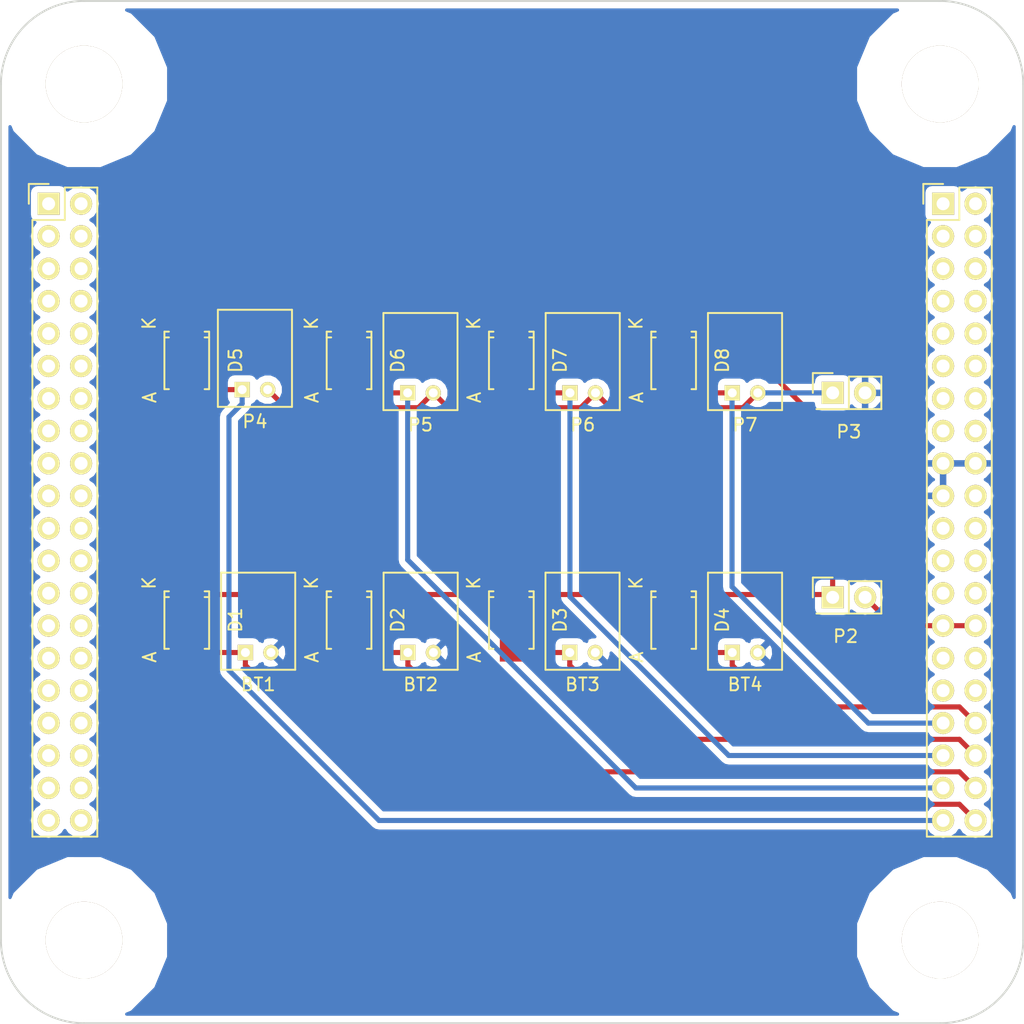
<source format=kicad_pcb>
(kicad_pcb (version 4) (host pcbnew 4.0.2-stable)

  (general
    (links 39)
    (no_connects 10)
    (area 0 0 0 0)
    (thickness 1.6)
    (drawings 0)
    (tracks 85)
    (zones 0)
    (modules 19)
    (nets 20)
  )

  (page A4)
  (layers
    (0 F.Cu signal)
    (1 GND signal)
    (2 Power signal)
    (31 B.Cu signal)
    (32 B.Adhes user)
    (33 F.Adhes user)
    (34 B.Paste user)
    (35 F.Paste user)
    (36 B.SilkS user)
    (37 F.SilkS user)
    (38 B.Mask user)
    (39 F.Mask user)
    (40 Dwgs.User user)
    (41 Cmts.User user)
    (42 Eco1.User user)
    (43 Eco2.User user)
    (44 Edge.Cuts user)
    (45 Margin user)
    (46 B.CrtYd user)
    (47 F.CrtYd user)
    (48 B.Fab user)
    (49 F.Fab user)
  )

  (setup
    (last_trace_width 0.4)
    (user_trace_width 0.4)
    (user_trace_width 0.5)
    (trace_clearance 0.2)
    (zone_clearance 0.508)
    (zone_45_only yes)
    (trace_min 0.204)
    (segment_width 0.2)
    (edge_width 0.15)
    (via_size 0.6)
    (via_drill 0.4)
    (via_min_size 0.4)
    (via_min_drill 0.3)
    (user_via 0.7 0.5)
    (uvia_size 0.3)
    (uvia_drill 0.1)
    (uvias_allowed no)
    (uvia_min_size 0.2)
    (uvia_min_drill 0.1)
    (pcb_text_width 0.3)
    (pcb_text_size 1.5 1.5)
    (mod_edge_width 0.15)
    (mod_text_size 1 1)
    (mod_text_width 0.15)
    (pad_size 1.524 1.524)
    (pad_drill 0.762)
    (pad_to_mask_clearance 0.2)
    (aux_axis_origin 0 0)
    (grid_origin 50 50)
    (visible_elements FFFFFF7F)
    (pcbplotparams
      (layerselection 0x00030_80000001)
      (usegerberextensions false)
      (excludeedgelayer true)
      (linewidth 0.100000)
      (plotframeref false)
      (viasonmask false)
      (mode 1)
      (useauxorigin false)
      (hpglpennumber 1)
      (hpglpenspeed 20)
      (hpglpendiameter 15)
      (hpglpenoverlay 2)
      (psnegative false)
      (psa4output false)
      (plotreference true)
      (plotvalue true)
      (plotinvisibletext false)
      (padsonsilk false)
      (subtractmaskfromsilk false)
      (outputformat 1)
      (mirror false)
      (drillshape 1)
      (scaleselection 1)
      (outputdirectory ""))
  )

  (net 0 "")
  (net 1 +5V)
  (net 2 +3V3)
  (net 3 GND)
  (net 4 /VSYS)
  (net 5 GNDA)
  (net 6 /VBAT4)
  (net 7 /VBAT3)
  (net 8 /VBAT2)
  (net 9 /VBAT1)
  (net 10 "/Battery 1/VSYS")
  (net 11 /PV1)
  (net 12 /PV2)
  (net 13 /PV3)
  (net 14 /PV4)
  (net 15 "/Solar 1/VNEG")
  (net 16 "Net-(P1-Pad21A)")
  (net 17 "Net-(P1-Pad22A)")
  (net 18 "Net-(P1-Pad23A)")
  (net 19 "Net-(P1-Pad24A)")

  (net_class Default "This is the default net class."
    (clearance 0.2)
    (trace_width 0.25)
    (via_dia 0.6)
    (via_drill 0.4)
    (uvia_dia 0.3)
    (uvia_drill 0.1)
    (add_net "/Battery 1/VSYS")
    (add_net /PV1)
    (add_net /PV2)
    (add_net /PV3)
    (add_net /PV4)
    (add_net "/Solar 1/VNEG")
    (add_net "Net-(P1-Pad21A)")
    (add_net "Net-(P1-Pad22A)")
    (add_net "Net-(P1-Pad23A)")
    (add_net "Net-(P1-Pad24A)")
  )

  (net_class Power ""
    (clearance 0.2)
    (trace_width 0.5)
    (via_dia 0.7)
    (via_drill 0.5)
    (uvia_dia 0.3)
    (uvia_drill 0.1)
    (add_net +3V3)
    (add_net +5V)
    (add_net /VBAT1)
    (add_net /VBAT2)
    (add_net /VBAT3)
    (add_net /VBAT4)
    (add_net /VSYS)
    (add_net GND)
    (add_net GNDA)
  )

  (module Scube:scube80 (layer F.Cu) (tedit 5703F421) (tstamp 570AABE7)
    (at 90 90)
    (descr "Through hole pin header")
    (tags "pin header")
    (path /57054248)
    (fp_text reference P1 (at 0 -36.75) (layer F.SilkS) hide
      (effects (font (size 1 1) (thickness 0.15)))
    )
    (fp_text value SCUBE80 (at 0.25 -38.5) (layer F.Fab) hide
      (effects (font (size 1 1) (thickness 0.15)))
    )
    (fp_arc (start -33.5 -33.5) (end -40 -33.5) (angle 89.9) (layer Edge.Cuts) (width 0.15))
    (fp_arc (start -33.5 33.5) (end -33.5 40) (angle 90) (layer Edge.Cuts) (width 0.15))
    (fp_arc (start 33.5 33.5) (end 40 33.5) (angle 90) (layer Edge.Cuts) (width 0.15))
    (fp_arc (start 33.5 -33.5) (end 33.5 -40) (angle 90) (layer Edge.Cuts) (width 0.15))
    (fp_line (start -33.5 -40) (end 33.5 -40) (layer Edge.Cuts) (width 0.15))
    (fp_line (start 40 -33.5) (end 40 33.5) (layer Edge.Cuts) (width 0.15))
    (fp_line (start 33.5 40) (end -33.5 40) (layer Edge.Cuts) (width 0.15))
    (fp_line (start -40 33.5) (end -40 -33.5) (layer Edge.Cuts) (width 0.15))
    (fp_line (start 31.98 -25.88) (end 31.98 25.92) (layer F.CrtYd) (width 0.05))
    (fp_line (start 38.03 -25.88) (end 38.03 25.92) (layer F.CrtYd) (width 0.05))
    (fp_line (start 31.98 -25.88) (end 38.03 -25.88) (layer F.CrtYd) (width 0.05))
    (fp_line (start 31.98 25.92) (end 38.03 25.92) (layer F.CrtYd) (width 0.05))
    (fp_line (start 37.54 25.4) (end 37.54 -25.4) (layer F.SilkS) (width 0.15))
    (fp_line (start 32.46 -22.86) (end 32.46 25.4) (layer F.SilkS) (width 0.15))
    (fp_line (start 37.54 25.4) (end 32.46 25.4) (layer F.SilkS) (width 0.15))
    (fp_line (start 37.54 -25.4) (end 35 -25.4) (layer F.SilkS) (width 0.15))
    (fp_line (start 33.73 -25.68) (end 32.18 -25.68) (layer F.SilkS) (width 0.15))
    (fp_line (start 35 -25.4) (end 35 -22.86) (layer F.SilkS) (width 0.15))
    (fp_line (start 35 -22.86) (end 32.46 -22.86) (layer F.SilkS) (width 0.15))
    (fp_line (start 32.18 -25.68) (end 32.18 -24.13) (layer F.SilkS) (width 0.15))
    (fp_line (start -37.82 -25.68) (end -37.82 -24.13) (layer F.SilkS) (width 0.15))
    (fp_line (start -36.27 -25.68) (end -37.82 -25.68) (layer F.SilkS) (width 0.15))
    (fp_line (start -35 -22.86) (end -37.54 -22.86) (layer F.SilkS) (width 0.15))
    (fp_line (start -32.46 25.4) (end -32.46 -25.4) (layer F.SilkS) (width 0.15))
    (fp_line (start -37.54 -22.86) (end -37.54 25.4) (layer F.SilkS) (width 0.15))
    (fp_line (start -32.46 25.4) (end -37.54 25.4) (layer F.SilkS) (width 0.15))
    (fp_line (start -32.46 -25.4) (end -35 -25.4) (layer F.SilkS) (width 0.15))
    (fp_line (start -35 -25.4) (end -35 -22.86) (layer F.SilkS) (width 0.15))
    (fp_line (start -38.02 -25.88) (end -31.97 -25.88) (layer F.CrtYd) (width 0.05))
    (fp_line (start -38.02 -25.88) (end -38.02 25.92) (layer F.CrtYd) (width 0.05))
    (fp_line (start -31.97 -25.88) (end -31.97 25.92) (layer F.CrtYd) (width 0.05))
    (fp_line (start -38.02 25.92) (end -31.97 25.92) (layer F.CrtYd) (width 0.05))
    (pad 1A thru_hole rect (at 33.73 -24.13) (size 1.7272 1.7272) (drill 1.016) (layers *.Cu *.Mask F.SilkS))
    (pad 2A thru_hole oval (at 36.27 -24.13) (size 1.7272 1.7272) (drill 1.016) (layers *.Cu *.Mask F.SilkS))
    (pad 3A thru_hole oval (at 33.73 -21.59) (size 1.7272 1.7272) (drill 1.016) (layers *.Cu *.Mask F.SilkS))
    (pad 4A thru_hole oval (at 36.27 -21.59) (size 1.7272 1.7272) (drill 1.016) (layers *.Cu *.Mask F.SilkS))
    (pad 5A thru_hole oval (at 33.73 -19.05) (size 1.7272 1.7272) (drill 1.016) (layers *.Cu *.Mask F.SilkS))
    (pad 6A thru_hole oval (at 36.27 -19.05) (size 1.7272 1.7272) (drill 1.016) (layers *.Cu *.Mask F.SilkS))
    (pad 7A thru_hole oval (at 33.73 -16.51) (size 1.7272 1.7272) (drill 1.016) (layers *.Cu *.Mask F.SilkS))
    (pad 8A thru_hole oval (at 36.27 -16.51) (size 1.7272 1.7272) (drill 1.016) (layers *.Cu *.Mask F.SilkS))
    (pad 9A thru_hole oval (at 33.73 -13.97) (size 1.7272 1.7272) (drill 1.016) (layers *.Cu *.Mask F.SilkS))
    (pad 10A thru_hole oval (at 36.27 -13.97) (size 1.7272 1.7272) (drill 1.016) (layers *.Cu *.Mask F.SilkS))
    (pad 11A thru_hole oval (at 33.73 -11.43) (size 1.7272 1.7272) (drill 1.016) (layers *.Cu *.Mask F.SilkS))
    (pad 12A thru_hole oval (at 36.27 -11.43) (size 1.7272 1.7272) (drill 1.016) (layers *.Cu *.Mask F.SilkS))
    (pad 13A thru_hole oval (at 33.73 -8.89) (size 1.7272 1.7272) (drill 1.016) (layers *.Cu *.Mask F.SilkS)
      (net 1 +5V))
    (pad 14A thru_hole oval (at 36.27 -8.89) (size 1.7272 1.7272) (drill 1.016) (layers *.Cu *.Mask F.SilkS)
      (net 1 +5V))
    (pad 15A thru_hole oval (at 33.73 -6.35) (size 1.7272 1.7272) (drill 1.016) (layers *.Cu *.Mask F.SilkS)
      (net 2 +3V3))
    (pad 16A thru_hole oval (at 36.27 -6.35) (size 1.7272 1.7272) (drill 1.016) (layers *.Cu *.Mask F.SilkS)
      (net 2 +3V3))
    (pad 17A thru_hole oval (at 33.73 -3.81) (size 1.7272 1.7272) (drill 1.016) (layers *.Cu *.Mask F.SilkS)
      (net 3 GND))
    (pad 18A thru_hole oval (at 36.27 -3.81) (size 1.7272 1.7272) (drill 1.016) (layers *.Cu *.Mask F.SilkS)
      (net 3 GND))
    (pad 19A thru_hole oval (at 33.73 -1.27) (size 1.7272 1.7272) (drill 1.016) (layers *.Cu *.Mask F.SilkS)
      (net 3 GND))
    (pad 20A thru_hole oval (at 36.27 -1.27) (size 1.7272 1.7272) (drill 1.016) (layers *.Cu *.Mask F.SilkS)
      (net 5 GNDA))
    (pad 21A thru_hole oval (at 33.73 1.27) (size 1.7272 1.7272) (drill 1.016) (layers *.Cu *.Mask F.SilkS)
      (net 16 "Net-(P1-Pad21A)"))
    (pad 22A thru_hole oval (at 36.27 1.27) (size 1.7272 1.7272) (drill 1.016) (layers *.Cu *.Mask F.SilkS)
      (net 17 "Net-(P1-Pad22A)"))
    (pad 23A thru_hole oval (at 33.73 3.81) (size 1.7272 1.7272) (drill 1.016) (layers *.Cu *.Mask F.SilkS)
      (net 18 "Net-(P1-Pad23A)"))
    (pad 24A thru_hole oval (at 36.27 3.81) (size 1.7272 1.7272) (drill 1.016) (layers *.Cu *.Mask F.SilkS)
      (net 19 "Net-(P1-Pad24A)"))
    (pad 25A thru_hole oval (at 33.73 6.35) (size 1.7272 1.7272) (drill 1.016) (layers *.Cu *.Mask F.SilkS))
    (pad 26A thru_hole oval (at 36.27 6.35) (size 1.7272 1.7272) (drill 1.016) (layers *.Cu *.Mask F.SilkS))
    (pad 27A thru_hole oval (at 33.73 8.89) (size 1.7272 1.7272) (drill 1.016) (layers *.Cu *.Mask F.SilkS)
      (net 4 /VSYS))
    (pad 28A thru_hole oval (at 36.27 8.89) (size 1.7272 1.7272) (drill 1.016) (layers *.Cu *.Mask F.SilkS)
      (net 4 /VSYS))
    (pad 29A thru_hole oval (at 33.73 11.43) (size 1.7272 1.7272) (drill 1.016) (layers *.Cu *.Mask F.SilkS))
    (pad 30A thru_hole oval (at 36.27 11.43) (size 1.7272 1.7272) (drill 1.016) (layers *.Cu *.Mask F.SilkS))
    (pad 31A thru_hole oval (at 33.73 13.97) (size 1.7272 1.7272) (drill 1.016) (layers *.Cu *.Mask F.SilkS))
    (pad 32A thru_hole oval (at 36.27 13.97) (size 1.7272 1.7272) (drill 1.016) (layers *.Cu *.Mask F.SilkS))
    (pad 33A thru_hole oval (at 33.73 16.51) (size 1.7272 1.7272) (drill 1.016) (layers *.Cu *.Mask F.SilkS)
      (net 14 /PV4))
    (pad 34A thru_hole oval (at 36.27 16.51) (size 1.7272 1.7272) (drill 1.016) (layers *.Cu *.Mask F.SilkS)
      (net 6 /VBAT4))
    (pad 35A thru_hole oval (at 33.73 19.05) (size 1.7272 1.7272) (drill 1.016) (layers *.Cu *.Mask F.SilkS)
      (net 13 /PV3))
    (pad 36A thru_hole oval (at 36.27 19.05) (size 1.7272 1.7272) (drill 1.016) (layers *.Cu *.Mask F.SilkS)
      (net 7 /VBAT3))
    (pad 37A thru_hole oval (at 33.73 21.59) (size 1.7272 1.7272) (drill 1.016) (layers *.Cu *.Mask F.SilkS)
      (net 12 /PV2))
    (pad 38A thru_hole oval (at 36.27 21.59) (size 1.7272 1.7272) (drill 1.016) (layers *.Cu *.Mask F.SilkS)
      (net 8 /VBAT2))
    (pad 39A thru_hole oval (at 33.73 24.13) (size 1.7272 1.7272) (drill 1.016) (layers *.Cu *.Mask F.SilkS)
      (net 11 /PV1))
    (pad 40A thru_hole oval (at 36.27 24.13) (size 1.7272 1.7272) (drill 1.016) (layers *.Cu *.Mask F.SilkS)
      (net 9 /VBAT1))
    (pad 4B thru_hole oval (at -33.73 -21.59) (size 1.7272 1.7272) (drill 1.016) (layers *.Cu *.Mask F.SilkS))
    (pad 1B thru_hole rect (at -36.27 -24.13) (size 1.7272 1.7272) (drill 1.016) (layers *.Cu *.Mask F.SilkS))
    (pad 2B thru_hole oval (at -33.73 -24.13) (size 1.7272 1.7272) (drill 1.016) (layers *.Cu *.Mask F.SilkS))
    (pad 3B thru_hole oval (at -36.27 -21.59) (size 1.7272 1.7272) (drill 1.016) (layers *.Cu *.Mask F.SilkS))
    (pad 5B thru_hole oval (at -36.27 -19.05) (size 1.7272 1.7272) (drill 1.016) (layers *.Cu *.Mask F.SilkS))
    (pad 6B thru_hole oval (at -33.73 -19.05) (size 1.7272 1.7272) (drill 1.016) (layers *.Cu *.Mask F.SilkS))
    (pad 7B thru_hole oval (at -36.27 -16.51) (size 1.7272 1.7272) (drill 1.016) (layers *.Cu *.Mask F.SilkS))
    (pad 8B thru_hole oval (at -33.73 -16.51) (size 1.7272 1.7272) (drill 1.016) (layers *.Cu *.Mask F.SilkS))
    (pad 9B thru_hole oval (at -36.27 -13.97) (size 1.7272 1.7272) (drill 1.016) (layers *.Cu *.Mask F.SilkS))
    (pad 10B thru_hole oval (at -33.73 -13.97) (size 1.7272 1.7272) (drill 1.016) (layers *.Cu *.Mask F.SilkS))
    (pad 14B thru_hole oval (at -33.73 -8.89) (size 1.7272 1.7272) (drill 1.016) (layers *.Cu *.Mask F.SilkS))
    (pad 11B thru_hole oval (at -36.27 -11.43) (size 1.7272 1.7272) (drill 1.016) (layers *.Cu *.Mask F.SilkS))
    (pad 12B thru_hole oval (at -33.73 -11.43) (size 1.7272 1.7272) (drill 1.016) (layers *.Cu *.Mask F.SilkS))
    (pad 13B thru_hole oval (at -36.27 -8.89) (size 1.7272 1.7272) (drill 1.016) (layers *.Cu *.Mask F.SilkS))
    (pad 15B thru_hole oval (at -36.27 -6.35) (size 1.7272 1.7272) (drill 1.016) (layers *.Cu *.Mask F.SilkS))
    (pad 16B thru_hole oval (at -33.73 -6.35) (size 1.7272 1.7272) (drill 1.016) (layers *.Cu *.Mask F.SilkS))
    (pad 17B thru_hole oval (at -36.27 -3.81) (size 1.7272 1.7272) (drill 1.016) (layers *.Cu *.Mask F.SilkS))
    (pad 18B thru_hole oval (at -33.73 -3.81) (size 1.7272 1.7272) (drill 1.016) (layers *.Cu *.Mask F.SilkS))
    (pad 19B thru_hole oval (at -36.27 -1.27) (size 1.7272 1.7272) (drill 1.016) (layers *.Cu *.Mask F.SilkS))
    (pad 20B thru_hole oval (at -33.73 -1.27) (size 1.7272 1.7272) (drill 1.016) (layers *.Cu *.Mask F.SilkS))
    (pad 24B thru_hole oval (at -33.73 3.81) (size 1.7272 1.7272) (drill 1.016) (layers *.Cu *.Mask F.SilkS))
    (pad 21B thru_hole oval (at -36.27 1.27) (size 1.7272 1.7272) (drill 1.016) (layers *.Cu *.Mask F.SilkS))
    (pad 22B thru_hole oval (at -33.73 1.27) (size 1.7272 1.7272) (drill 1.016) (layers *.Cu *.Mask F.SilkS))
    (pad 23B thru_hole oval (at -36.27 3.81) (size 1.7272 1.7272) (drill 1.016) (layers *.Cu *.Mask F.SilkS))
    (pad 25B thru_hole oval (at -36.27 6.35) (size 1.7272 1.7272) (drill 1.016) (layers *.Cu *.Mask F.SilkS))
    (pad 26B thru_hole oval (at -33.73 6.35) (size 1.7272 1.7272) (drill 1.016) (layers *.Cu *.Mask F.SilkS))
    (pad 27B thru_hole oval (at -36.27 8.89) (size 1.7272 1.7272) (drill 1.016) (layers *.Cu *.Mask F.SilkS))
    (pad 28B thru_hole oval (at -33.73 8.89) (size 1.7272 1.7272) (drill 1.016) (layers *.Cu *.Mask F.SilkS))
    (pad 29B thru_hole oval (at -36.27 11.43) (size 1.7272 1.7272) (drill 1.016) (layers *.Cu *.Mask F.SilkS))
    (pad 30B thru_hole oval (at -33.73 11.43) (size 1.7272 1.7272) (drill 1.016) (layers *.Cu *.Mask F.SilkS))
    (pad 34B thru_hole oval (at -33.73 16.51) (size 1.7272 1.7272) (drill 1.016) (layers *.Cu *.Mask F.SilkS))
    (pad 31B thru_hole oval (at -36.27 13.97) (size 1.7272 1.7272) (drill 1.016) (layers *.Cu *.Mask F.SilkS))
    (pad 32B thru_hole oval (at -33.73 13.97) (size 1.7272 1.7272) (drill 1.016) (layers *.Cu *.Mask F.SilkS))
    (pad 33B thru_hole oval (at -36.27 16.51) (size 1.7272 1.7272) (drill 1.016) (layers *.Cu *.Mask F.SilkS))
    (pad 35B thru_hole oval (at -36.27 19.05) (size 1.7272 1.7272) (drill 1.016) (layers *.Cu *.Mask F.SilkS))
    (pad 36B thru_hole oval (at -33.73 19.05) (size 1.7272 1.7272) (drill 1.016) (layers *.Cu *.Mask F.SilkS))
    (pad 37B thru_hole oval (at -36.27 21.59) (size 1.7272 1.7272) (drill 1.016) (layers *.Cu *.Mask F.SilkS))
    (pad 38B thru_hole oval (at -33.73 21.59) (size 1.7272 1.7272) (drill 1.016) (layers *.Cu *.Mask F.SilkS))
    (pad 39B thru_hole oval (at -36.27 24.13) (size 1.7272 1.7272) (drill 1.016) (layers *.Cu *.Mask F.SilkS))
    (pad 40B thru_hole oval (at -33.73 24.13) (size 1.7272 1.7272) (drill 1.016) (layers *.Cu *.Mask F.SilkS))
    (pad "" thru_hole circle (at 33.5 -33.5) (size 6 6) (drill 6) (layers *.Cu *.Mask F.SilkS)
      (solder_mask_margin 3.5) (solder_paste_margin -1) (clearance 3.5))
    (pad "" thru_hole circle (at 33.5 33.5) (size 6 6) (drill 6) (layers *.Cu *.Mask F.SilkS)
      (solder_mask_margin 3.5) (solder_paste_margin -1) (clearance 3.5))
    (pad "" thru_hole circle (at -33.5 33.5) (size 6 6) (drill 6) (layers *.Cu *.Mask F.SilkS)
      (solder_mask_margin 3.5) (solder_paste_margin -1) (clearance 3.5))
    (pad "" thru_hole circle (at -33.5 -33.5) (size 6 6) (drill 6) (layers *.Cu *.Mask F.SilkS)
      (solder_mask_margin 3.5) (solder_paste_margin -1) (clearance 3.5))
    (model Pin_Headers.3dshapes/Pin_Header_Straight_2x20.wrl
      (at (xyz 0 0 0))
      (scale (xyz 1 1 1))
      (rotate (xyz 0 0 0))
    )
  )

  (module JST:JST-PH-02 (layer F.Cu) (tedit 56E594FB) (tstamp 56E5C24A)
    (at 82.8455 100.9905)
    (path /56E5E7C1/56E5C3BE)
    (fp_text reference BT2 (at 0 2.5) (layer F.SilkS)
      (effects (font (size 1 1) (thickness 0.15)))
    )
    (fp_text value Battery (at 0.25 -7) (layer F.Fab)
      (effects (font (size 1 1) (thickness 0.15)))
    )
    (fp_line (start -2.9 -6.25) (end -2.9 1.35) (layer F.SilkS) (width 0.15))
    (fp_line (start 2.9 -6.25) (end 2.9 1.35) (layer F.SilkS) (width 0.15))
    (fp_line (start -2.9 1.35) (end 2.9 1.35) (layer F.SilkS) (width 0.15))
    (fp_line (start -2.9 -6.25) (end 2.9 -6.25) (layer F.SilkS) (width 0.15))
    (pad 1 thru_hole rect (at -1 0) (size 1.2 1.2) (drill 0.7) (layers *.Cu *.Mask F.SilkS)
      (net 8 /VBAT2))
    (pad 2 thru_hole circle (at 1 0) (size 1.2 1.2) (drill 0.7) (layers *.Cu *.Mask F.SilkS)
      (net 3 GND))
    (model "${KIPRJMOD}/ulv_libraries/packages3d/JST SxB-PH-K-S.wrl"
      (at (xyz 0 0 0))
      (scale (xyz 1 1 1))
      (rotate (xyz 0 0 0))
    )
  )

  (module JST:JST-PH-02 (layer F.Cu) (tedit 56E594FB) (tstamp 56E5E25A)
    (at 70.1295 100.9905)
    (path /56E5DF65/56E5C3BE)
    (fp_text reference BT1 (at 0 2.5) (layer F.SilkS)
      (effects (font (size 1 1) (thickness 0.15)))
    )
    (fp_text value Battery (at 0.25 -7) (layer F.Fab)
      (effects (font (size 1 1) (thickness 0.15)))
    )
    (fp_line (start -2.9 -6.25) (end -2.9 1.35) (layer F.SilkS) (width 0.15))
    (fp_line (start 2.9 -6.25) (end 2.9 1.35) (layer F.SilkS) (width 0.15))
    (fp_line (start -2.9 1.35) (end 2.9 1.35) (layer F.SilkS) (width 0.15))
    (fp_line (start -2.9 -6.25) (end 2.9 -6.25) (layer F.SilkS) (width 0.15))
    (pad 1 thru_hole rect (at -1 0) (size 1.2 1.2) (drill 0.7) (layers *.Cu *.Mask F.SilkS)
      (net 9 /VBAT1))
    (pad 2 thru_hole circle (at 1 0) (size 1.2 1.2) (drill 0.7) (layers *.Cu *.Mask F.SilkS)
      (net 3 GND))
    (model "${KIPRJMOD}/ulv_libraries/packages3d/JST SxB-PH-K-S.wrl"
      (at (xyz 0 0 0))
      (scale (xyz 1 1 1))
      (rotate (xyz 0 0 0))
    )
  )

  (module JST:JST-PH-02 (layer F.Cu) (tedit 56E594FB) (tstamp 56E5C250)
    (at 95.5135 100.9905)
    (path /56E5E9EC/56E5C3BE)
    (fp_text reference BT3 (at 0 2.5) (layer F.SilkS)
      (effects (font (size 1 1) (thickness 0.15)))
    )
    (fp_text value Battery (at 0.25 -7) (layer F.Fab)
      (effects (font (size 1 1) (thickness 0.15)))
    )
    (fp_line (start -2.9 -6.25) (end -2.9 1.35) (layer F.SilkS) (width 0.15))
    (fp_line (start 2.9 -6.25) (end 2.9 1.35) (layer F.SilkS) (width 0.15))
    (fp_line (start -2.9 1.35) (end 2.9 1.35) (layer F.SilkS) (width 0.15))
    (fp_line (start -2.9 -6.25) (end 2.9 -6.25) (layer F.SilkS) (width 0.15))
    (pad 1 thru_hole rect (at -1 0) (size 1.2 1.2) (drill 0.7) (layers *.Cu *.Mask F.SilkS)
      (net 7 /VBAT3))
    (pad 2 thru_hole circle (at 1 0) (size 1.2 1.2) (drill 0.7) (layers *.Cu *.Mask F.SilkS)
      (net 3 GND))
    (model "${KIPRJMOD}/ulv_libraries/packages3d/JST SxB-PH-K-S.wrl"
      (at (xyz 0 0 0))
      (scale (xyz 1 1 1))
      (rotate (xyz 0 0 0))
    )
  )

  (module JST:JST-PH-02 (layer F.Cu) (tedit 56E594FB) (tstamp 56E5C256)
    (at 108.2295 100.9905)
    (path /56E5EE46/56E5C3BE)
    (fp_text reference BT4 (at 0 2.5) (layer F.SilkS)
      (effects (font (size 1 1) (thickness 0.15)))
    )
    (fp_text value Battery (at 0.25 -7) (layer F.Fab)
      (effects (font (size 1 1) (thickness 0.15)))
    )
    (fp_line (start -2.9 -6.25) (end -2.9 1.35) (layer F.SilkS) (width 0.15))
    (fp_line (start 2.9 -6.25) (end 2.9 1.35) (layer F.SilkS) (width 0.15))
    (fp_line (start -2.9 1.35) (end 2.9 1.35) (layer F.SilkS) (width 0.15))
    (fp_line (start -2.9 -6.25) (end 2.9 -6.25) (layer F.SilkS) (width 0.15))
    (pad 1 thru_hole rect (at -1 0) (size 1.2 1.2) (drill 0.7) (layers *.Cu *.Mask F.SilkS)
      (net 6 /VBAT4))
    (pad 2 thru_hole circle (at 1 0) (size 1.2 1.2) (drill 0.7) (layers *.Cu *.Mask F.SilkS)
      (net 3 GND))
    (model "${KIPRJMOD}/ulv_libraries/packages3d/JST SxB-PH-K-S.wrl"
      (at (xyz 0 0 0))
      (scale (xyz 1 1 1))
      (rotate (xyz 0 0 0))
    )
  )

  (module Pin_Headers:Pin_Header_Straight_2x01 (layer F.Cu) (tedit 56E5F2DB) (tstamp 56E5F29B)
    (at 115.0875 96.6725)
    (descr "Through hole pin header")
    (tags "pin header")
    (path /56E60992)
    (fp_text reference P2 (at 1.016 3.048) (layer F.SilkS)
      (effects (font (size 1 1) (thickness 0.15)))
    )
    (fp_text value "deployment switch" (at 0 -3.1) (layer F.Fab) hide
      (effects (font (size 1 1) (thickness 0.15)))
    )
    (fp_line (start -1.75 -1.75) (end -1.75 1.75) (layer F.CrtYd) (width 0.05))
    (fp_line (start 4.3 -1.75) (end 4.3 1.75) (layer F.CrtYd) (width 0.05))
    (fp_line (start -1.75 -1.75) (end 4.3 -1.75) (layer F.CrtYd) (width 0.05))
    (fp_line (start -1.75 1.75) (end 4.3 1.75) (layer F.CrtYd) (width 0.05))
    (fp_line (start -1.55 0) (end -1.55 -1.55) (layer F.SilkS) (width 0.15))
    (fp_line (start 0 -1.55) (end -1.55 -1.55) (layer F.SilkS) (width 0.15))
    (fp_line (start -1.27 1.27) (end 1.27 1.27) (layer F.SilkS) (width 0.15))
    (fp_line (start 3.81 -1.27) (end 1.27 -1.27) (layer F.SilkS) (width 0.15))
    (fp_line (start 1.27 -1.27) (end 1.27 1.27) (layer F.SilkS) (width 0.15))
    (fp_line (start 1.27 1.27) (end 3.81 1.27) (layer F.SilkS) (width 0.15))
    (fp_line (start 3.81 1.27) (end 3.81 -1.27) (layer F.SilkS) (width 0.15))
    (pad 1 thru_hole rect (at 0 0) (size 1.7272 1.7272) (drill 1.016) (layers *.Cu *.Mask F.SilkS)
      (net 10 "/Battery 1/VSYS"))
    (pad 2 thru_hole oval (at 2.54 0) (size 1.7272 1.7272) (drill 1.016) (layers *.Cu *.Mask F.SilkS)
      (net 4 /VSYS))
  )

  (module Diodes_SMD:SMA_Standard (layer F.Cu) (tedit 56E73A3C) (tstamp 56E5F4B9)
    (at 64.5415 98.4505 270)
    (descr "Diode SMA")
    (tags "Diode SMA")
    (path /56E5DF65/56E5EF28)
    (attr smd)
    (fp_text reference D1 (at 0 -3.81 270) (layer F.SilkS)
      (effects (font (size 1 1) (thickness 0.15)))
    )
    (fp_text value Schottky (at 0 4.3 270) (layer F.Fab) hide
      (effects (font (size 1 1) (thickness 0.15)))
    )
    (fp_line (start -3.5 -2) (end 3.5 -2) (layer F.CrtYd) (width 0.05))
    (fp_line (start 3.5 -2) (end 3.5 2) (layer F.CrtYd) (width 0.05))
    (fp_line (start 3.5 2) (end -3.5 2) (layer F.CrtYd) (width 0.05))
    (fp_line (start -3.5 2) (end -3.5 -2) (layer F.CrtYd) (width 0.05))
    (fp_text user K (at -2.9 2.95 270) (layer F.SilkS)
      (effects (font (size 1 1) (thickness 0.15)))
    )
    (fp_text user A (at 2.9 2.9 270) (layer F.SilkS)
      (effects (font (size 1 1) (thickness 0.15)))
    )
    (fp_circle (center 0 0) (end 0.20066 -0.0508) (layer F.Adhes) (width 0.381))
    (fp_line (start -1.79914 1.75006) (end -1.79914 1.39954) (layer F.SilkS) (width 0.15))
    (fp_line (start -1.79914 -1.75006) (end -1.79914 -1.39954) (layer F.SilkS) (width 0.15))
    (fp_line (start 2.25044 1.75006) (end 2.25044 1.39954) (layer F.SilkS) (width 0.15))
    (fp_line (start -2.25044 1.75006) (end -2.25044 1.39954) (layer F.SilkS) (width 0.15))
    (fp_line (start -2.25044 -1.75006) (end -2.25044 -1.39954) (layer F.SilkS) (width 0.15))
    (fp_line (start 2.25044 -1.75006) (end 2.25044 -1.39954) (layer F.SilkS) (width 0.15))
    (fp_line (start -2.25044 1.75006) (end 2.25044 1.75006) (layer F.SilkS) (width 0.15))
    (fp_line (start -2.25044 -1.75006) (end 2.25044 -1.75006) (layer F.SilkS) (width 0.15))
    (pad 1 smd rect (at -1.99898 0 270) (size 2.49936 1.80086) (layers F.Cu F.Paste F.Mask)
      (net 10 "/Battery 1/VSYS"))
    (pad 2 smd rect (at 1.99898 0 270) (size 2.49936 1.80086) (layers F.Cu F.Paste F.Mask)
      (net 9 /VBAT1))
    (model Diodes_SMD.3dshapes/SMA_Standard.wrl
      (at (xyz 0 0 0))
      (scale (xyz 0.3937 0.3937 0.3937))
      (rotate (xyz 0 0 180))
    )
  )

  (module Diodes_SMD:SMA_Standard (layer F.Cu) (tedit 56E73A3F) (tstamp 56E5F4BF)
    (at 77.2415 98.4505 270)
    (descr "Diode SMA")
    (tags "Diode SMA")
    (path /56E5E7C1/56E5EF28)
    (attr smd)
    (fp_text reference D2 (at 0 -3.81 270) (layer F.SilkS)
      (effects (font (size 1 1) (thickness 0.15)))
    )
    (fp_text value Schottky (at 0 4.3 270) (layer F.Fab) hide
      (effects (font (size 1 1) (thickness 0.15)))
    )
    (fp_line (start -3.5 -2) (end 3.5 -2) (layer F.CrtYd) (width 0.05))
    (fp_line (start 3.5 -2) (end 3.5 2) (layer F.CrtYd) (width 0.05))
    (fp_line (start 3.5 2) (end -3.5 2) (layer F.CrtYd) (width 0.05))
    (fp_line (start -3.5 2) (end -3.5 -2) (layer F.CrtYd) (width 0.05))
    (fp_text user K (at -2.9 2.95 270) (layer F.SilkS)
      (effects (font (size 1 1) (thickness 0.15)))
    )
    (fp_text user A (at 2.9 2.9 270) (layer F.SilkS)
      (effects (font (size 1 1) (thickness 0.15)))
    )
    (fp_circle (center 0 0) (end 0.20066 -0.0508) (layer F.Adhes) (width 0.381))
    (fp_line (start -1.79914 1.75006) (end -1.79914 1.39954) (layer F.SilkS) (width 0.15))
    (fp_line (start -1.79914 -1.75006) (end -1.79914 -1.39954) (layer F.SilkS) (width 0.15))
    (fp_line (start 2.25044 1.75006) (end 2.25044 1.39954) (layer F.SilkS) (width 0.15))
    (fp_line (start -2.25044 1.75006) (end -2.25044 1.39954) (layer F.SilkS) (width 0.15))
    (fp_line (start -2.25044 -1.75006) (end -2.25044 -1.39954) (layer F.SilkS) (width 0.15))
    (fp_line (start 2.25044 -1.75006) (end 2.25044 -1.39954) (layer F.SilkS) (width 0.15))
    (fp_line (start -2.25044 1.75006) (end 2.25044 1.75006) (layer F.SilkS) (width 0.15))
    (fp_line (start -2.25044 -1.75006) (end 2.25044 -1.75006) (layer F.SilkS) (width 0.15))
    (pad 1 smd rect (at -1.99898 0 270) (size 2.49936 1.80086) (layers F.Cu F.Paste F.Mask)
      (net 10 "/Battery 1/VSYS"))
    (pad 2 smd rect (at 1.99898 0 270) (size 2.49936 1.80086) (layers F.Cu F.Paste F.Mask)
      (net 8 /VBAT2))
    (model Diodes_SMD.3dshapes/SMA_Standard.wrl
      (at (xyz 0 0 0))
      (scale (xyz 0.3937 0.3937 0.3937))
      (rotate (xyz 0 0 180))
    )
  )

  (module Diodes_SMD:SMA_Standard (layer F.Cu) (tedit 56E73A44) (tstamp 56E5F4C5)
    (at 89.9415 98.4505 270)
    (descr "Diode SMA")
    (tags "Diode SMA")
    (path /56E5E9EC/56E5EF28)
    (attr smd)
    (fp_text reference D3 (at 0 -3.81 270) (layer F.SilkS)
      (effects (font (size 1 1) (thickness 0.15)))
    )
    (fp_text value Schottky (at 0 4.3 270) (layer F.Fab) hide
      (effects (font (size 1 1) (thickness 0.15)))
    )
    (fp_line (start -3.5 -2) (end 3.5 -2) (layer F.CrtYd) (width 0.05))
    (fp_line (start 3.5 -2) (end 3.5 2) (layer F.CrtYd) (width 0.05))
    (fp_line (start 3.5 2) (end -3.5 2) (layer F.CrtYd) (width 0.05))
    (fp_line (start -3.5 2) (end -3.5 -2) (layer F.CrtYd) (width 0.05))
    (fp_text user K (at -2.9 2.95 270) (layer F.SilkS)
      (effects (font (size 1 1) (thickness 0.15)))
    )
    (fp_text user A (at 2.9 2.9 270) (layer F.SilkS)
      (effects (font (size 1 1) (thickness 0.15)))
    )
    (fp_circle (center 0 0) (end 0.20066 -0.0508) (layer F.Adhes) (width 0.381))
    (fp_line (start -1.79914 1.75006) (end -1.79914 1.39954) (layer F.SilkS) (width 0.15))
    (fp_line (start -1.79914 -1.75006) (end -1.79914 -1.39954) (layer F.SilkS) (width 0.15))
    (fp_line (start 2.25044 1.75006) (end 2.25044 1.39954) (layer F.SilkS) (width 0.15))
    (fp_line (start -2.25044 1.75006) (end -2.25044 1.39954) (layer F.SilkS) (width 0.15))
    (fp_line (start -2.25044 -1.75006) (end -2.25044 -1.39954) (layer F.SilkS) (width 0.15))
    (fp_line (start 2.25044 -1.75006) (end 2.25044 -1.39954) (layer F.SilkS) (width 0.15))
    (fp_line (start -2.25044 1.75006) (end 2.25044 1.75006) (layer F.SilkS) (width 0.15))
    (fp_line (start -2.25044 -1.75006) (end 2.25044 -1.75006) (layer F.SilkS) (width 0.15))
    (pad 1 smd rect (at -1.99898 0 270) (size 2.49936 1.80086) (layers F.Cu F.Paste F.Mask)
      (net 10 "/Battery 1/VSYS"))
    (pad 2 smd rect (at 1.99898 0 270) (size 2.49936 1.80086) (layers F.Cu F.Paste F.Mask)
      (net 7 /VBAT3))
    (model Diodes_SMD.3dshapes/SMA_Standard.wrl
      (at (xyz 0 0 0))
      (scale (xyz 0.3937 0.3937 0.3937))
      (rotate (xyz 0 0 180))
    )
  )

  (module Diodes_SMD:SMA_Standard (layer F.Cu) (tedit 56E73A4A) (tstamp 56E5F4CB)
    (at 102.6415 98.4505 270)
    (descr "Diode SMA")
    (tags "Diode SMA")
    (path /56E5EE46/56E5EF28)
    (attr smd)
    (fp_text reference D4 (at 0 -3.81 270) (layer F.SilkS)
      (effects (font (size 1 1) (thickness 0.15)))
    )
    (fp_text value Schottky (at 0 4.3 270) (layer F.Fab) hide
      (effects (font (size 1 1) (thickness 0.15)))
    )
    (fp_line (start -3.5 -2) (end 3.5 -2) (layer F.CrtYd) (width 0.05))
    (fp_line (start 3.5 -2) (end 3.5 2) (layer F.CrtYd) (width 0.05))
    (fp_line (start 3.5 2) (end -3.5 2) (layer F.CrtYd) (width 0.05))
    (fp_line (start -3.5 2) (end -3.5 -2) (layer F.CrtYd) (width 0.05))
    (fp_text user K (at -2.9 2.95 270) (layer F.SilkS)
      (effects (font (size 1 1) (thickness 0.15)))
    )
    (fp_text user A (at 2.9 2.9 270) (layer F.SilkS)
      (effects (font (size 1 1) (thickness 0.15)))
    )
    (fp_circle (center 0 0) (end 0.20066 -0.0508) (layer F.Adhes) (width 0.381))
    (fp_line (start -1.79914 1.75006) (end -1.79914 1.39954) (layer F.SilkS) (width 0.15))
    (fp_line (start -1.79914 -1.75006) (end -1.79914 -1.39954) (layer F.SilkS) (width 0.15))
    (fp_line (start 2.25044 1.75006) (end 2.25044 1.39954) (layer F.SilkS) (width 0.15))
    (fp_line (start -2.25044 1.75006) (end -2.25044 1.39954) (layer F.SilkS) (width 0.15))
    (fp_line (start -2.25044 -1.75006) (end -2.25044 -1.39954) (layer F.SilkS) (width 0.15))
    (fp_line (start 2.25044 -1.75006) (end 2.25044 -1.39954) (layer F.SilkS) (width 0.15))
    (fp_line (start -2.25044 1.75006) (end 2.25044 1.75006) (layer F.SilkS) (width 0.15))
    (fp_line (start -2.25044 -1.75006) (end 2.25044 -1.75006) (layer F.SilkS) (width 0.15))
    (pad 1 smd rect (at -1.99898 0 270) (size 2.49936 1.80086) (layers F.Cu F.Paste F.Mask)
      (net 10 "/Battery 1/VSYS"))
    (pad 2 smd rect (at 1.99898 0 270) (size 2.49936 1.80086) (layers F.Cu F.Paste F.Mask)
      (net 6 /VBAT4))
    (model Diodes_SMD.3dshapes/SMA_Standard.wrl
      (at (xyz 0 0 0))
      (scale (xyz 0.3937 0.3937 0.3937))
      (rotate (xyz 0 0 180))
    )
  )

  (module Diodes_SMD:SMA_Standard (layer F.Cu) (tedit 56E73A39) (tstamp 56E739F2)
    (at 64.5415 78.1305 270)
    (descr "Diode SMA")
    (tags "Diode SMA")
    (path /56E6AFA2/56E6B119)
    (attr smd)
    (fp_text reference D5 (at 0 -3.81 270) (layer F.SilkS)
      (effects (font (size 1 1) (thickness 0.15)))
    )
    (fp_text value Schottky (at 0 4.3 270) (layer F.Fab) hide
      (effects (font (size 1 1) (thickness 0.15)))
    )
    (fp_line (start -3.5 -2) (end 3.5 -2) (layer F.CrtYd) (width 0.05))
    (fp_line (start 3.5 -2) (end 3.5 2) (layer F.CrtYd) (width 0.05))
    (fp_line (start 3.5 2) (end -3.5 2) (layer F.CrtYd) (width 0.05))
    (fp_line (start -3.5 2) (end -3.5 -2) (layer F.CrtYd) (width 0.05))
    (fp_text user K (at -2.9 2.95 270) (layer F.SilkS)
      (effects (font (size 1 1) (thickness 0.15)))
    )
    (fp_text user A (at 2.9 2.9 270) (layer F.SilkS)
      (effects (font (size 1 1) (thickness 0.15)))
    )
    (fp_circle (center 0 0) (end 0.20066 -0.0508) (layer F.Adhes) (width 0.381))
    (fp_line (start -1.79914 1.75006) (end -1.79914 1.39954) (layer F.SilkS) (width 0.15))
    (fp_line (start -1.79914 -1.75006) (end -1.79914 -1.39954) (layer F.SilkS) (width 0.15))
    (fp_line (start 2.25044 1.75006) (end 2.25044 1.39954) (layer F.SilkS) (width 0.15))
    (fp_line (start -2.25044 1.75006) (end -2.25044 1.39954) (layer F.SilkS) (width 0.15))
    (fp_line (start -2.25044 -1.75006) (end -2.25044 -1.39954) (layer F.SilkS) (width 0.15))
    (fp_line (start 2.25044 -1.75006) (end 2.25044 -1.39954) (layer F.SilkS) (width 0.15))
    (fp_line (start -2.25044 1.75006) (end 2.25044 1.75006) (layer F.SilkS) (width 0.15))
    (fp_line (start -2.25044 -1.75006) (end 2.25044 -1.75006) (layer F.SilkS) (width 0.15))
    (pad 1 smd rect (at -1.99898 0 270) (size 2.49936 1.80086) (layers F.Cu F.Paste F.Mask)
      (net 10 "/Battery 1/VSYS"))
    (pad 2 smd rect (at 1.99898 0 270) (size 2.49936 1.80086) (layers F.Cu F.Paste F.Mask)
      (net 11 /PV1))
    (model Diodes_SMD.3dshapes/SMA_Standard.wrl
      (at (xyz 0 0 0))
      (scale (xyz 0.3937 0.3937 0.3937))
      (rotate (xyz 0 0 180))
    )
  )

  (module Diodes_SMD:SMA_Standard (layer F.Cu) (tedit 56E73A35) (tstamp 56E73A07)
    (at 77.2415 78.1305 270)
    (descr "Diode SMA")
    (tags "Diode SMA")
    (path /56E6B7CE/56E6B119)
    (attr smd)
    (fp_text reference D6 (at 0 -3.81 270) (layer F.SilkS)
      (effects (font (size 1 1) (thickness 0.15)))
    )
    (fp_text value Schottky (at 0 4.3 270) (layer F.Fab) hide
      (effects (font (size 1 1) (thickness 0.15)))
    )
    (fp_line (start -3.5 -2) (end 3.5 -2) (layer F.CrtYd) (width 0.05))
    (fp_line (start 3.5 -2) (end 3.5 2) (layer F.CrtYd) (width 0.05))
    (fp_line (start 3.5 2) (end -3.5 2) (layer F.CrtYd) (width 0.05))
    (fp_line (start -3.5 2) (end -3.5 -2) (layer F.CrtYd) (width 0.05))
    (fp_text user K (at -2.9 2.95 270) (layer F.SilkS)
      (effects (font (size 1 1) (thickness 0.15)))
    )
    (fp_text user A (at 2.9 2.9 270) (layer F.SilkS)
      (effects (font (size 1 1) (thickness 0.15)))
    )
    (fp_circle (center 0 0) (end 0.20066 -0.0508) (layer F.Adhes) (width 0.381))
    (fp_line (start -1.79914 1.75006) (end -1.79914 1.39954) (layer F.SilkS) (width 0.15))
    (fp_line (start -1.79914 -1.75006) (end -1.79914 -1.39954) (layer F.SilkS) (width 0.15))
    (fp_line (start 2.25044 1.75006) (end 2.25044 1.39954) (layer F.SilkS) (width 0.15))
    (fp_line (start -2.25044 1.75006) (end -2.25044 1.39954) (layer F.SilkS) (width 0.15))
    (fp_line (start -2.25044 -1.75006) (end -2.25044 -1.39954) (layer F.SilkS) (width 0.15))
    (fp_line (start 2.25044 -1.75006) (end 2.25044 -1.39954) (layer F.SilkS) (width 0.15))
    (fp_line (start -2.25044 1.75006) (end 2.25044 1.75006) (layer F.SilkS) (width 0.15))
    (fp_line (start -2.25044 -1.75006) (end 2.25044 -1.75006) (layer F.SilkS) (width 0.15))
    (pad 1 smd rect (at -1.99898 0 270) (size 2.49936 1.80086) (layers F.Cu F.Paste F.Mask)
      (net 10 "/Battery 1/VSYS"))
    (pad 2 smd rect (at 1.99898 0 270) (size 2.49936 1.80086) (layers F.Cu F.Paste F.Mask)
      (net 12 /PV2))
    (model Diodes_SMD.3dshapes/SMA_Standard.wrl
      (at (xyz 0 0 0))
      (scale (xyz 0.3937 0.3937 0.3937))
      (rotate (xyz 0 0 180))
    )
  )

  (module Diodes_SMD:SMA_Standard (layer F.Cu) (tedit 56E73A32) (tstamp 56E73A1C)
    (at 89.9415 78.1305 270)
    (descr "Diode SMA")
    (tags "Diode SMA")
    (path /56E6DEA5/56E6B119)
    (attr smd)
    (fp_text reference D7 (at 0 -3.81 270) (layer F.SilkS)
      (effects (font (size 1 1) (thickness 0.15)))
    )
    (fp_text value Schottky (at 0 4.3 270) (layer F.Fab) hide
      (effects (font (size 1 1) (thickness 0.15)))
    )
    (fp_line (start -3.5 -2) (end 3.5 -2) (layer F.CrtYd) (width 0.05))
    (fp_line (start 3.5 -2) (end 3.5 2) (layer F.CrtYd) (width 0.05))
    (fp_line (start 3.5 2) (end -3.5 2) (layer F.CrtYd) (width 0.05))
    (fp_line (start -3.5 2) (end -3.5 -2) (layer F.CrtYd) (width 0.05))
    (fp_text user K (at -2.9 2.95 270) (layer F.SilkS)
      (effects (font (size 1 1) (thickness 0.15)))
    )
    (fp_text user A (at 2.9 2.9 270) (layer F.SilkS)
      (effects (font (size 1 1) (thickness 0.15)))
    )
    (fp_circle (center 0 0) (end 0.20066 -0.0508) (layer F.Adhes) (width 0.381))
    (fp_line (start -1.79914 1.75006) (end -1.79914 1.39954) (layer F.SilkS) (width 0.15))
    (fp_line (start -1.79914 -1.75006) (end -1.79914 -1.39954) (layer F.SilkS) (width 0.15))
    (fp_line (start 2.25044 1.75006) (end 2.25044 1.39954) (layer F.SilkS) (width 0.15))
    (fp_line (start -2.25044 1.75006) (end -2.25044 1.39954) (layer F.SilkS) (width 0.15))
    (fp_line (start -2.25044 -1.75006) (end -2.25044 -1.39954) (layer F.SilkS) (width 0.15))
    (fp_line (start 2.25044 -1.75006) (end 2.25044 -1.39954) (layer F.SilkS) (width 0.15))
    (fp_line (start -2.25044 1.75006) (end 2.25044 1.75006) (layer F.SilkS) (width 0.15))
    (fp_line (start -2.25044 -1.75006) (end 2.25044 -1.75006) (layer F.SilkS) (width 0.15))
    (pad 1 smd rect (at -1.99898 0 270) (size 2.49936 1.80086) (layers F.Cu F.Paste F.Mask)
      (net 10 "/Battery 1/VSYS"))
    (pad 2 smd rect (at 1.99898 0 270) (size 2.49936 1.80086) (layers F.Cu F.Paste F.Mask)
      (net 13 /PV3))
    (model Diodes_SMD.3dshapes/SMA_Standard.wrl
      (at (xyz 0 0 0))
      (scale (xyz 0.3937 0.3937 0.3937))
      (rotate (xyz 0 0 180))
    )
  )

  (module Diodes_SMD:SMA_Standard (layer F.Cu) (tedit 56E73A2E) (tstamp 56E73A31)
    (at 102.6415 78.1305 270)
    (descr "Diode SMA")
    (tags "Diode SMA")
    (path /56E6DEAA/56E6B119)
    (attr smd)
    (fp_text reference D8 (at 0 -3.81 270) (layer F.SilkS)
      (effects (font (size 1 1) (thickness 0.15)))
    )
    (fp_text value Schottky (at 0 4.3 270) (layer F.Fab) hide
      (effects (font (size 1 1) (thickness 0.15)))
    )
    (fp_line (start -3.5 -2) (end 3.5 -2) (layer F.CrtYd) (width 0.05))
    (fp_line (start 3.5 -2) (end 3.5 2) (layer F.CrtYd) (width 0.05))
    (fp_line (start 3.5 2) (end -3.5 2) (layer F.CrtYd) (width 0.05))
    (fp_line (start -3.5 2) (end -3.5 -2) (layer F.CrtYd) (width 0.05))
    (fp_text user K (at -2.9 2.95 270) (layer F.SilkS)
      (effects (font (size 1 1) (thickness 0.15)))
    )
    (fp_text user A (at 2.9 2.9 270) (layer F.SilkS)
      (effects (font (size 1 1) (thickness 0.15)))
    )
    (fp_circle (center 0 0) (end 0.20066 -0.0508) (layer F.Adhes) (width 0.381))
    (fp_line (start -1.79914 1.75006) (end -1.79914 1.39954) (layer F.SilkS) (width 0.15))
    (fp_line (start -1.79914 -1.75006) (end -1.79914 -1.39954) (layer F.SilkS) (width 0.15))
    (fp_line (start 2.25044 1.75006) (end 2.25044 1.39954) (layer F.SilkS) (width 0.15))
    (fp_line (start -2.25044 1.75006) (end -2.25044 1.39954) (layer F.SilkS) (width 0.15))
    (fp_line (start -2.25044 -1.75006) (end -2.25044 -1.39954) (layer F.SilkS) (width 0.15))
    (fp_line (start 2.25044 -1.75006) (end 2.25044 -1.39954) (layer F.SilkS) (width 0.15))
    (fp_line (start -2.25044 1.75006) (end 2.25044 1.75006) (layer F.SilkS) (width 0.15))
    (fp_line (start -2.25044 -1.75006) (end 2.25044 -1.75006) (layer F.SilkS) (width 0.15))
    (pad 1 smd rect (at -1.99898 0 270) (size 2.49936 1.80086) (layers F.Cu F.Paste F.Mask)
      (net 10 "/Battery 1/VSYS"))
    (pad 2 smd rect (at 1.99898 0 270) (size 2.49936 1.80086) (layers F.Cu F.Paste F.Mask)
      (net 14 /PV4))
    (model Diodes_SMD.3dshapes/SMA_Standard.wrl
      (at (xyz 0 0 0))
      (scale (xyz 0.3937 0.3937 0.3937))
      (rotate (xyz 0 0 180))
    )
  )

  (module Pin_Headers:Pin_Header_Straight_2x01 (layer F.Cu) (tedit 56E73A20) (tstamp 56E73A42)
    (at 115.0875 80.6705)
    (descr "Through hole pin header")
    (tags "pin header")
    (path /56E6B3AE)
    (fp_text reference P3 (at 1.27 3.048) (layer F.SilkS)
      (effects (font (size 1 1) (thickness 0.15)))
    )
    (fp_text value "deployment switch" (at 0 -3.1) (layer F.Fab) hide
      (effects (font (size 1 1) (thickness 0.15)))
    )
    (fp_line (start -1.75 -1.75) (end -1.75 1.75) (layer F.CrtYd) (width 0.05))
    (fp_line (start 4.3 -1.75) (end 4.3 1.75) (layer F.CrtYd) (width 0.05))
    (fp_line (start -1.75 -1.75) (end 4.3 -1.75) (layer F.CrtYd) (width 0.05))
    (fp_line (start -1.75 1.75) (end 4.3 1.75) (layer F.CrtYd) (width 0.05))
    (fp_line (start -1.55 0) (end -1.55 -1.55) (layer F.SilkS) (width 0.15))
    (fp_line (start 0 -1.55) (end -1.55 -1.55) (layer F.SilkS) (width 0.15))
    (fp_line (start -1.27 1.27) (end 1.27 1.27) (layer F.SilkS) (width 0.15))
    (fp_line (start 3.81 -1.27) (end 1.27 -1.27) (layer F.SilkS) (width 0.15))
    (fp_line (start 1.27 -1.27) (end 1.27 1.27) (layer F.SilkS) (width 0.15))
    (fp_line (start 1.27 1.27) (end 3.81 1.27) (layer F.SilkS) (width 0.15))
    (fp_line (start 3.81 1.27) (end 3.81 -1.27) (layer F.SilkS) (width 0.15))
    (pad 1 thru_hole rect (at 0 0) (size 1.7272 1.7272) (drill 1.016) (layers *.Cu *.Mask F.SilkS)
      (net 15 "/Solar 1/VNEG"))
    (pad 2 thru_hole oval (at 2.54 0) (size 1.7272 1.7272) (drill 1.016) (layers *.Cu *.Mask F.SilkS)
      (net 3 GND))
  )

  (module JST:JST-PH-02 (layer F.Cu) (tedit 56E594FB) (tstamp 56E73A4C)
    (at 69.8755 80.4165)
    (path /56E6AFA2/56E6AFCC)
    (fp_text reference P4 (at 0 2.5) (layer F.SilkS)
      (effects (font (size 1 1) (thickness 0.15)))
    )
    (fp_text value PHOTOVOLTAIC (at 0.25 -7) (layer F.Fab)
      (effects (font (size 1 1) (thickness 0.15)))
    )
    (fp_line (start -2.9 -6.25) (end -2.9 1.35) (layer F.SilkS) (width 0.15))
    (fp_line (start 2.9 -6.25) (end 2.9 1.35) (layer F.SilkS) (width 0.15))
    (fp_line (start -2.9 1.35) (end 2.9 1.35) (layer F.SilkS) (width 0.15))
    (fp_line (start -2.9 -6.25) (end 2.9 -6.25) (layer F.SilkS) (width 0.15))
    (pad 1 thru_hole rect (at -1 0) (size 1.2 1.2) (drill 0.7) (layers *.Cu *.Mask F.SilkS)
      (net 11 /PV1))
    (pad 2 thru_hole circle (at 1 0) (size 1.2 1.2) (drill 0.7) (layers *.Cu *.Mask F.SilkS)
      (net 15 "/Solar 1/VNEG"))
    (model "${KIPRJMOD}/ulv_libraries/packages3d/JST SxB-PH-K-S.wrl"
      (at (xyz 0 0 0))
      (scale (xyz 1 1 1))
      (rotate (xyz 0 0 0))
    )
  )

  (module JST:JST-PH-02 (layer F.Cu) (tedit 56E594FB) (tstamp 56E73A56)
    (at 82.8295 80.6705)
    (path /56E6B7CE/56E6AFCC)
    (fp_text reference P5 (at 0 2.5) (layer F.SilkS)
      (effects (font (size 1 1) (thickness 0.15)))
    )
    (fp_text value PHOTOVOLTAIC (at 0.25 -7) (layer F.Fab)
      (effects (font (size 1 1) (thickness 0.15)))
    )
    (fp_line (start -2.9 -6.25) (end -2.9 1.35) (layer F.SilkS) (width 0.15))
    (fp_line (start 2.9 -6.25) (end 2.9 1.35) (layer F.SilkS) (width 0.15))
    (fp_line (start -2.9 1.35) (end 2.9 1.35) (layer F.SilkS) (width 0.15))
    (fp_line (start -2.9 -6.25) (end 2.9 -6.25) (layer F.SilkS) (width 0.15))
    (pad 1 thru_hole rect (at -1 0) (size 1.2 1.2) (drill 0.7) (layers *.Cu *.Mask F.SilkS)
      (net 12 /PV2))
    (pad 2 thru_hole circle (at 1 0) (size 1.2 1.2) (drill 0.7) (layers *.Cu *.Mask F.SilkS)
      (net 15 "/Solar 1/VNEG"))
    (model "${KIPRJMOD}/ulv_libraries/packages3d/JST SxB-PH-K-S.wrl"
      (at (xyz 0 0 0))
      (scale (xyz 1 1 1))
      (rotate (xyz 0 0 0))
    )
  )

  (module JST:JST-PH-02 (layer F.Cu) (tedit 56E594FB) (tstamp 56E73A60)
    (at 95.5295 80.6705)
    (path /56E6DEA5/56E6AFCC)
    (fp_text reference P6 (at 0 2.5) (layer F.SilkS)
      (effects (font (size 1 1) (thickness 0.15)))
    )
    (fp_text value PHOTOVOLTAIC (at 0.25 -7) (layer F.Fab)
      (effects (font (size 1 1) (thickness 0.15)))
    )
    (fp_line (start -2.9 -6.25) (end -2.9 1.35) (layer F.SilkS) (width 0.15))
    (fp_line (start 2.9 -6.25) (end 2.9 1.35) (layer F.SilkS) (width 0.15))
    (fp_line (start -2.9 1.35) (end 2.9 1.35) (layer F.SilkS) (width 0.15))
    (fp_line (start -2.9 -6.25) (end 2.9 -6.25) (layer F.SilkS) (width 0.15))
    (pad 1 thru_hole rect (at -1 0) (size 1.2 1.2) (drill 0.7) (layers *.Cu *.Mask F.SilkS)
      (net 13 /PV3))
    (pad 2 thru_hole circle (at 1 0) (size 1.2 1.2) (drill 0.7) (layers *.Cu *.Mask F.SilkS)
      (net 15 "/Solar 1/VNEG"))
    (model "${KIPRJMOD}/ulv_libraries/packages3d/JST SxB-PH-K-S.wrl"
      (at (xyz 0 0 0))
      (scale (xyz 1 1 1))
      (rotate (xyz 0 0 0))
    )
  )

  (module JST:JST-PH-02 (layer F.Cu) (tedit 56E594FB) (tstamp 56E73A6A)
    (at 108.2295 80.6705)
    (path /56E6DEAA/56E6AFCC)
    (fp_text reference P7 (at 0 2.5 180) (layer F.SilkS)
      (effects (font (size 1 1) (thickness 0.15)))
    )
    (fp_text value PHOTOVOLTAIC (at 0.25 -7) (layer F.Fab)
      (effects (font (size 1 1) (thickness 0.15)))
    )
    (fp_line (start -2.9 -6.25) (end -2.9 1.35) (layer F.SilkS) (width 0.15))
    (fp_line (start 2.9 -6.25) (end 2.9 1.35) (layer F.SilkS) (width 0.15))
    (fp_line (start -2.9 1.35) (end 2.9 1.35) (layer F.SilkS) (width 0.15))
    (fp_line (start -2.9 -6.25) (end 2.9 -6.25) (layer F.SilkS) (width 0.15))
    (pad 1 thru_hole rect (at -1 0) (size 1.2 1.2) (drill 0.7) (layers *.Cu *.Mask F.SilkS)
      (net 14 /PV4))
    (pad 2 thru_hole circle (at 1 0) (size 1.2 1.2) (drill 0.7) (layers *.Cu *.Mask F.SilkS)
      (net 15 "/Solar 1/VNEG"))
    (model "${KIPRJMOD}/ulv_libraries/packages3d/JST SxB-PH-K-S.wrl"
      (at (xyz 0 0 0))
      (scale (xyz 1 1 1))
      (rotate (xyz 0 0 0))
    )
  )

  (segment (start 123.73 98.89) (end 119.845 98.89) (width 0.4) (layer F.Cu) (net 4))
  (segment (start 119.845 98.89) (end 117.6275 96.6725) (width 0.4) (layer F.Cu) (net 4))
  (segment (start 126.27 98.89) (end 123.73 98.89) (width 0.4) (layer F.Cu) (net 4))
  (segment (start 126.27 106.51) (end 125.006399 105.246399) (width 0.4) (layer F.Cu) (net 6))
  (segment (start 125.006399 105.246399) (end 110.485399 105.246399) (width 0.4) (layer F.Cu) (net 6))
  (segment (start 110.485399 105.246399) (end 107.2295 101.9905) (width 0.4) (layer F.Cu) (net 6))
  (segment (start 107.2295 101.9905) (end 107.2295 100.9905) (width 0.4) (layer F.Cu) (net 6))
  (segment (start 102.48402 100.44948) (end 102.6415 100.44948) (width 0.4) (layer F.Cu) (net 6))
  (segment (start 102.3875 100.546) (end 102.48402 100.44948) (width 0.4) (layer F.Cu) (net 6))
  (segment (start 102.1335 100.546) (end 102.3875 100.546) (width 0.4) (layer F.Cu) (net 6))
  (segment (start 107.2295 100.9905) (end 103.18252 100.9905) (width 0.4) (layer F.Cu) (net 6))
  (segment (start 103.18252 100.9905) (end 102.6415 100.44948) (width 0.4) (layer F.Cu) (net 6))
  (segment (start 126.27 109.05) (end 125.006399 107.786399) (width 0.4) (layer F.Cu) (net 7))
  (segment (start 94.5135 101.9905) (end 94.5135 100.9905) (width 0.4) (layer F.Cu) (net 7))
  (segment (start 125.006399 107.786399) (end 100.309399 107.786399) (width 0.4) (layer F.Cu) (net 7))
  (segment (start 100.309399 107.786399) (end 94.5135 101.9905) (width 0.4) (layer F.Cu) (net 7))
  (segment (start 89.9415 100.4825) (end 89.9415 100.44948) (width 0.4) (layer F.Cu) (net 7))
  (segment (start 94.5135 100.9905) (end 90.48252 100.9905) (width 0.4) (layer F.Cu) (net 7))
  (segment (start 90.48252 100.9905) (end 89.9415 100.44948) (width 0.4) (layer F.Cu) (net 7))
  (segment (start 125.006399 110.326399) (end 90.181399 110.326399) (width 0.4) (layer F.Cu) (net 8))
  (segment (start 90.181399 110.326399) (end 81.8455 101.9905) (width 0.4) (layer F.Cu) (net 8))
  (segment (start 81.8455 101.9905) (end 81.8455 100.9905) (width 0.4) (layer F.Cu) (net 8))
  (segment (start 126.27 111.59) (end 125.006399 110.326399) (width 0.4) (layer F.Cu) (net 8))
  (segment (start 77.14752 100.44948) (end 77.2415 100.44948) (width 0.4) (layer F.Cu) (net 8))
  (segment (start 81.8455 100.9905) (end 77.78252 100.9905) (width 0.4) (layer F.Cu) (net 8))
  (segment (start 77.78252 100.9905) (end 77.2415 100.44948) (width 0.4) (layer F.Cu) (net 8))
  (segment (start 125.006399 112.866399) (end 80.005399 112.866399) (width 0.4) (layer F.Cu) (net 9))
  (segment (start 80.005399 112.866399) (end 69.1295 101.9905) (width 0.4) (layer F.Cu) (net 9))
  (segment (start 69.1295 101.9905) (end 69.1295 100.9905) (width 0.4) (layer F.Cu) (net 9))
  (segment (start 126.27 114.13) (end 125.006399 112.866399) (width 0.4) (layer F.Cu) (net 9))
  (segment (start 69.05 100.9905) (end 69.1295 100.9905) (width 0.4) (layer F.Cu) (net 9))
  (segment (start 69.1135 100.9905) (end 69.1295 100.9905) (width 0.4) (layer F.Cu) (net 9))
  (segment (start 69.1295 100.9905) (end 65.08252 100.9905) (width 0.4) (layer F.Cu) (net 9))
  (segment (start 65.08252 100.9905) (end 64.5415 100.44948) (width 0.4) (layer F.Cu) (net 9))
  (segment (start 115.0875 96.6725) (end 115.0875 83.9725) (width 0.4) (layer F.Cu) (net 10))
  (segment (start 115.0875 83.9725) (end 107.24652 76.13152) (width 0.4) (layer F.Cu) (net 10))
  (segment (start 107.24652 76.13152) (end 102.6415 76.13152) (width 0.4) (layer F.Cu) (net 10))
  (segment (start 89.9415 76.13152) (end 102.6415 76.13152) (width 0.4) (layer F.Cu) (net 10))
  (segment (start 77.2415 76.13152) (end 89.9415 76.13152) (width 0.4) (layer F.Cu) (net 10))
  (segment (start 64.5415 76.13152) (end 77.2415 76.13152) (width 0.4) (layer F.Cu) (net 10))
  (segment (start 102.6415 96.45152) (end 114.86652 96.45152) (width 0.4) (layer F.Cu) (net 10))
  (segment (start 114.86652 96.45152) (end 115.0875 96.6725) (width 0.4) (layer F.Cu) (net 10))
  (segment (start 89.9415 96.45152) (end 102.6415 96.45152) (width 0.4) (layer F.Cu) (net 10))
  (segment (start 77.2415 96.45152) (end 89.9415 96.45152) (width 0.4) (layer F.Cu) (net 10))
  (segment (start 64.5415 96.45152) (end 77.2415 96.45152) (width 0.4) (layer F.Cu) (net 10))
  (segment (start 114.9445 96.8155) (end 115.0875 96.6725) (width 0.4) (layer F.Cu) (net 10))
  (segment (start 68.8755 80.4165) (end 68.8755 81.5165) (width 0.4) (layer B.Cu) (net 11))
  (segment (start 68.8755 81.5165) (end 67.8435 82.5485) (width 0.4) (layer B.Cu) (net 11))
  (segment (start 67.8435 82.5485) (end 67.8435 102.3875) (width 0.4) (layer B.Cu) (net 11))
  (segment (start 79.591 114.135) (end 123.725 114.135) (width 0.4) (layer B.Cu) (net 11))
  (segment (start 123.725 114.135) (end 123.73 114.13) (width 0.4) (layer B.Cu) (net 11))
  (segment (start 67.8435 102.3875) (end 79.591 114.135) (width 0.4) (layer B.Cu) (net 11))
  (segment (start 68.8755 80.4165) (end 65.08252 80.4165) (width 0.4) (layer F.Cu) (net 11))
  (segment (start 65.08252 80.4165) (end 64.5415 79.87548) (width 0.4) (layer F.Cu) (net 11))
  (segment (start 123.73 111.59) (end 99.684 111.59) (width 0.4) (layer B.Cu) (net 12))
  (segment (start 99.684 111.59) (end 81.8295 93.7355) (width 0.4) (layer B.Cu) (net 12))
  (segment (start 81.8295 93.7355) (end 81.8295 80.6705) (width 0.4) (layer B.Cu) (net 12))
  (segment (start 81.8295 80.6705) (end 77.78252 80.6705) (width 0.4) (layer F.Cu) (net 12))
  (segment (start 77.78252 80.6705) (end 77.2415 80.12948) (width 0.4) (layer F.Cu) (net 12))
  (segment (start 94.5295 80.6705) (end 94.5295 96.625) (width 0.4) (layer B.Cu) (net 13))
  (segment (start 94.5295 96.625) (end 106.9545 109.05) (width 0.4) (layer B.Cu) (net 13))
  (segment (start 122.508686 109.05) (end 123.73 109.05) (width 0.4) (layer B.Cu) (net 13))
  (segment (start 106.9545 109.05) (end 122.508686 109.05) (width 0.4) (layer B.Cu) (net 13))
  (segment (start 94.5295 80.6705) (end 90.48252 80.6705) (width 0.4) (layer F.Cu) (net 13))
  (segment (start 90.48252 80.6705) (end 89.9415 80.12948) (width 0.4) (layer F.Cu) (net 13))
  (segment (start 123.73 106.51) (end 123.725 106.515) (width 0.4) (layer B.Cu) (net 14))
  (segment (start 123.725 106.515) (end 117.8815 106.515) (width 0.4) (layer B.Cu) (net 14))
  (segment (start 117.8815 106.515) (end 107.2135 95.847) (width 0.4) (layer B.Cu) (net 14))
  (segment (start 107.2135 95.847) (end 107.2135 80.6865) (width 0.4) (layer B.Cu) (net 14))
  (segment (start 107.2135 80.6865) (end 107.2295 80.6705) (width 0.4) (layer B.Cu) (net 14))
  (segment (start 107.2295 80.6705) (end 103.18252 80.6705) (width 0.4) (layer F.Cu) (net 14))
  (segment (start 103.18252 80.6705) (end 102.6415 80.12948) (width 0.4) (layer F.Cu) (net 14))
  (segment (start 96.5295 80.6705) (end 97.688161 81.829161) (width 0.4) (layer F.Cu) (net 15))
  (segment (start 108.629501 81.270499) (end 109.2295 80.6705) (width 0.4) (layer F.Cu) (net 15))
  (segment (start 97.688161 81.829161) (end 108.070839 81.829161) (width 0.4) (layer F.Cu) (net 15))
  (segment (start 108.070839 81.829161) (end 108.629501 81.270499) (width 0.4) (layer F.Cu) (net 15))
  (segment (start 83.8295 80.6705) (end 84.988161 81.829161) (width 0.4) (layer F.Cu) (net 15))
  (segment (start 84.988161 81.829161) (end 95.370839 81.829161) (width 0.4) (layer F.Cu) (net 15))
  (segment (start 95.370839 81.829161) (end 95.929501 81.270499) (width 0.4) (layer F.Cu) (net 15))
  (segment (start 95.929501 81.270499) (end 96.5295 80.6705) (width 0.4) (layer F.Cu) (net 15))
  (segment (start 70.8755 80.4165) (end 72.288161 81.829161) (width 0.4) (layer F.Cu) (net 15))
  (segment (start 83.229501 81.270499) (end 83.8295 80.6705) (width 0.4) (layer F.Cu) (net 15))
  (segment (start 72.288161 81.829161) (end 82.670839 81.829161) (width 0.4) (layer F.Cu) (net 15))
  (segment (start 82.670839 81.829161) (end 83.229501 81.270499) (width 0.4) (layer F.Cu) (net 15))
  (segment (start 109.2295 80.6705) (end 115.0875 80.6705) (width 0.4) (layer B.Cu) (net 15))

  (zone (net 3) (net_name GND) (layer B.Cu) (tstamp 0) (hatch edge 0.508)
    (connect_pads (clearance 0.508))
    (min_thickness 0.254)
    (fill yes (arc_segments 16) (thermal_gap 0.508) (thermal_bridge_width 0.508))
    (polygon
      (pts
        (xy 55 50) (xy 125 50) (xy 130 55) (xy 130 125) (xy 125 130)
        (xy 55 130) (xy 50 125) (xy 50 55)
      )
    )
    (filled_polygon
      (pts
        (xy 119.75101 50.878627) (xy 117.885178 52.741205) (xy 116.874152 55.176025) (xy 116.871852 57.812409) (xy 117.878627 60.24899)
        (xy 119.741205 62.114822) (xy 122.176025 63.125848) (xy 124.812409 63.128148) (xy 127.24899 62.121373) (xy 129.114822 60.258795)
        (xy 129.29 59.83692) (xy 129.29 120.159118) (xy 129.121373 119.75101) (xy 127.258795 117.885178) (xy 124.823975 116.874152)
        (xy 122.187591 116.871852) (xy 119.75101 117.878627) (xy 117.885178 119.741205) (xy 116.874152 122.176025) (xy 116.871852 124.812409)
        (xy 117.878627 127.24899) (xy 119.741205 129.114822) (xy 120.16308 129.29) (xy 59.840882 129.29) (xy 60.24899 129.121373)
        (xy 62.114822 127.258795) (xy 63.125848 124.823975) (xy 63.128148 122.187591) (xy 62.121373 119.75101) (xy 60.258795 117.885178)
        (xy 57.823975 116.874152) (xy 55.187591 116.871852) (xy 52.75101 117.878627) (xy 50.885178 119.741205) (xy 50.71 120.16308)
        (xy 50.71 68.41) (xy 52.202041 68.41) (xy 52.316115 68.983489) (xy 52.640971 69.46967) (xy 52.955752 69.68)
        (xy 52.640971 69.89033) (xy 52.316115 70.376511) (xy 52.202041 70.95) (xy 52.316115 71.523489) (xy 52.640971 72.00967)
        (xy 52.955752 72.22) (xy 52.640971 72.43033) (xy 52.316115 72.916511) (xy 52.202041 73.49) (xy 52.316115 74.063489)
        (xy 52.640971 74.54967) (xy 52.955752 74.76) (xy 52.640971 74.97033) (xy 52.316115 75.456511) (xy 52.202041 76.03)
        (xy 52.316115 76.603489) (xy 52.640971 77.08967) (xy 52.955752 77.3) (xy 52.640971 77.51033) (xy 52.316115 77.996511)
        (xy 52.202041 78.57) (xy 52.316115 79.143489) (xy 52.640971 79.62967) (xy 52.955752 79.84) (xy 52.640971 80.05033)
        (xy 52.316115 80.536511) (xy 52.202041 81.11) (xy 52.316115 81.683489) (xy 52.640971 82.16967) (xy 52.955752 82.38)
        (xy 52.640971 82.59033) (xy 52.316115 83.076511) (xy 52.202041 83.65) (xy 52.316115 84.223489) (xy 52.640971 84.70967)
        (xy 52.955752 84.92) (xy 52.640971 85.13033) (xy 52.316115 85.616511) (xy 52.202041 86.19) (xy 52.316115 86.763489)
        (xy 52.640971 87.24967) (xy 52.955752 87.46) (xy 52.640971 87.67033) (xy 52.316115 88.156511) (xy 52.202041 88.73)
        (xy 52.316115 89.303489) (xy 52.640971 89.78967) (xy 52.955752 90) (xy 52.640971 90.21033) (xy 52.316115 90.696511)
        (xy 52.202041 91.27) (xy 52.316115 91.843489) (xy 52.640971 92.32967) (xy 52.955752 92.54) (xy 52.640971 92.75033)
        (xy 52.316115 93.236511) (xy 52.202041 93.81) (xy 52.316115 94.383489) (xy 52.640971 94.86967) (xy 52.955752 95.08)
        (xy 52.640971 95.29033) (xy 52.316115 95.776511) (xy 52.202041 96.35) (xy 52.316115 96.923489) (xy 52.640971 97.40967)
        (xy 52.955752 97.62) (xy 52.640971 97.83033) (xy 52.316115 98.316511) (xy 52.202041 98.89) (xy 52.316115 99.463489)
        (xy 52.640971 99.94967) (xy 52.955752 100.16) (xy 52.640971 100.37033) (xy 52.316115 100.856511) (xy 52.202041 101.43)
        (xy 52.316115 102.003489) (xy 52.640971 102.48967) (xy 52.955752 102.7) (xy 52.640971 102.91033) (xy 52.316115 103.396511)
        (xy 52.202041 103.97) (xy 52.316115 104.543489) (xy 52.640971 105.02967) (xy 52.955752 105.24) (xy 52.640971 105.45033)
        (xy 52.316115 105.936511) (xy 52.202041 106.51) (xy 52.316115 107.083489) (xy 52.640971 107.56967) (xy 52.955752 107.78)
        (xy 52.640971 107.99033) (xy 52.316115 108.476511) (xy 52.202041 109.05) (xy 52.316115 109.623489) (xy 52.640971 110.10967)
        (xy 52.955752 110.32) (xy 52.640971 110.53033) (xy 52.316115 111.016511) (xy 52.202041 111.59) (xy 52.316115 112.163489)
        (xy 52.640971 112.64967) (xy 52.955752 112.86) (xy 52.640971 113.07033) (xy 52.316115 113.556511) (xy 52.202041 114.13)
        (xy 52.316115 114.703489) (xy 52.640971 115.18967) (xy 53.127152 115.514526) (xy 53.700641 115.6286) (xy 53.759359 115.6286)
        (xy 54.332848 115.514526) (xy 54.819029 115.18967) (xy 55 114.918828) (xy 55.180971 115.18967) (xy 55.667152 115.514526)
        (xy 56.240641 115.6286) (xy 56.299359 115.6286) (xy 56.872848 115.514526) (xy 57.359029 115.18967) (xy 57.683885 114.703489)
        (xy 57.797959 114.13) (xy 57.683885 113.556511) (xy 57.359029 113.07033) (xy 57.044248 112.86) (xy 57.359029 112.64967)
        (xy 57.683885 112.163489) (xy 57.797959 111.59) (xy 57.683885 111.016511) (xy 57.359029 110.53033) (xy 57.044248 110.32)
        (xy 57.359029 110.10967) (xy 57.683885 109.623489) (xy 57.797959 109.05) (xy 57.683885 108.476511) (xy 57.359029 107.99033)
        (xy 57.044248 107.78) (xy 57.359029 107.56967) (xy 57.683885 107.083489) (xy 57.797959 106.51) (xy 57.683885 105.936511)
        (xy 57.359029 105.45033) (xy 57.044248 105.24) (xy 57.359029 105.02967) (xy 57.683885 104.543489) (xy 57.797959 103.97)
        (xy 57.683885 103.396511) (xy 57.359029 102.91033) (xy 57.044248 102.7) (xy 57.359029 102.48967) (xy 57.683885 102.003489)
        (xy 57.797959 101.43) (xy 57.683885 100.856511) (xy 57.359029 100.37033) (xy 57.044248 100.16) (xy 57.359029 99.94967)
        (xy 57.683885 99.463489) (xy 57.797959 98.89) (xy 57.683885 98.316511) (xy 57.359029 97.83033) (xy 57.044248 97.62)
        (xy 57.359029 97.40967) (xy 57.683885 96.923489) (xy 57.797959 96.35) (xy 57.683885 95.776511) (xy 57.359029 95.29033)
        (xy 57.044248 95.08) (xy 57.359029 94.86967) (xy 57.683885 94.383489) (xy 57.797959 93.81) (xy 57.683885 93.236511)
        (xy 57.359029 92.75033) (xy 57.044248 92.54) (xy 57.359029 92.32967) (xy 57.683885 91.843489) (xy 57.797959 91.27)
        (xy 57.683885 90.696511) (xy 57.359029 90.21033) (xy 57.044248 90) (xy 57.359029 89.78967) (xy 57.683885 89.303489)
        (xy 57.797959 88.73) (xy 57.683885 88.156511) (xy 57.359029 87.67033) (xy 57.044248 87.46) (xy 57.359029 87.24967)
        (xy 57.683885 86.763489) (xy 57.797959 86.19) (xy 57.683885 85.616511) (xy 57.359029 85.13033) (xy 57.044248 84.92)
        (xy 57.359029 84.70967) (xy 57.683885 84.223489) (xy 57.797959 83.65) (xy 57.683885 83.076511) (xy 57.359029 82.59033)
        (xy 57.296426 82.5485) (xy 67.0085 82.5485) (xy 67.0085 102.3875) (xy 67.072061 102.707041) (xy 67.220102 102.9286)
        (xy 67.253066 102.977934) (xy 79.000566 114.725434) (xy 79.271459 114.906439) (xy 79.591 114.97) (xy 122.494192 114.97)
        (xy 122.640971 115.18967) (xy 123.127152 115.514526) (xy 123.700641 115.6286) (xy 123.759359 115.6286) (xy 124.332848 115.514526)
        (xy 124.819029 115.18967) (xy 125 114.918828) (xy 125.180971 115.18967) (xy 125.667152 115.514526) (xy 126.240641 115.6286)
        (xy 126.299359 115.6286) (xy 126.872848 115.514526) (xy 127.359029 115.18967) (xy 127.683885 114.703489) (xy 127.797959 114.13)
        (xy 127.683885 113.556511) (xy 127.359029 113.07033) (xy 127.044248 112.86) (xy 127.359029 112.64967) (xy 127.683885 112.163489)
        (xy 127.797959 111.59) (xy 127.683885 111.016511) (xy 127.359029 110.53033) (xy 127.044248 110.32) (xy 127.359029 110.10967)
        (xy 127.683885 109.623489) (xy 127.797959 109.05) (xy 127.683885 108.476511) (xy 127.359029 107.99033) (xy 127.044248 107.78)
        (xy 127.359029 107.56967) (xy 127.683885 107.083489) (xy 127.797959 106.51) (xy 127.683885 105.936511) (xy 127.359029 105.45033)
        (xy 127.044248 105.24) (xy 127.359029 105.02967) (xy 127.683885 104.543489) (xy 127.797959 103.97) (xy 127.683885 103.396511)
        (xy 127.359029 102.91033) (xy 127.044248 102.7) (xy 127.359029 102.48967) (xy 127.683885 102.003489) (xy 127.797959 101.43)
        (xy 127.683885 100.856511) (xy 127.359029 100.37033) (xy 127.044248 100.16) (xy 127.359029 99.94967) (xy 127.683885 99.463489)
        (xy 127.797959 98.89) (xy 127.683885 98.316511) (xy 127.359029 97.83033) (xy 127.044248 97.62) (xy 127.359029 97.40967)
        (xy 127.683885 96.923489) (xy 127.797959 96.35) (xy 127.683885 95.776511) (xy 127.359029 95.29033) (xy 127.044248 95.08)
        (xy 127.359029 94.86967) (xy 127.683885 94.383489) (xy 127.797959 93.81) (xy 127.683885 93.236511) (xy 127.359029 92.75033)
        (xy 127.044248 92.54) (xy 127.359029 92.32967) (xy 127.683885 91.843489) (xy 127.797959 91.27) (xy 127.683885 90.696511)
        (xy 127.359029 90.21033) (xy 127.044248 90) (xy 127.359029 89.78967) (xy 127.683885 89.303489) (xy 127.797959 88.73)
        (xy 127.683885 88.156511) (xy 127.359029 87.67033) (xy 127.035772 87.454336) (xy 127.15849 87.396821) (xy 127.552688 86.964947)
        (xy 127.724958 86.549026) (xy 127.603817 86.317) (xy 126.397 86.317) (xy 126.397 86.337) (xy 126.143 86.337)
        (xy 126.143 86.317) (xy 123.857 86.317) (xy 123.857 88.603) (xy 123.877 88.603) (xy 123.877 88.857)
        (xy 123.857 88.857) (xy 123.857 88.877) (xy 123.603 88.877) (xy 123.603 88.857) (xy 122.396183 88.857)
        (xy 122.275042 89.089026) (xy 122.447312 89.504947) (xy 122.84151 89.936821) (xy 122.964228 89.994336) (xy 122.640971 90.21033)
        (xy 122.316115 90.696511) (xy 122.202041 91.27) (xy 122.316115 91.843489) (xy 122.640971 92.32967) (xy 122.955752 92.54)
        (xy 122.640971 92.75033) (xy 122.316115 93.236511) (xy 122.202041 93.81) (xy 122.316115 94.383489) (xy 122.640971 94.86967)
        (xy 122.955752 95.08) (xy 122.640971 95.29033) (xy 122.316115 95.776511) (xy 122.202041 96.35) (xy 122.316115 96.923489)
        (xy 122.640971 97.40967) (xy 122.955752 97.62) (xy 122.640971 97.83033) (xy 122.316115 98.316511) (xy 122.202041 98.89)
        (xy 122.316115 99.463489) (xy 122.640971 99.94967) (xy 122.955752 100.16) (xy 122.640971 100.37033) (xy 122.316115 100.856511)
        (xy 122.202041 101.43) (xy 122.316115 102.003489) (xy 122.640971 102.48967) (xy 122.955752 102.7) (xy 122.640971 102.91033)
        (xy 122.316115 103.396511) (xy 122.202041 103.97) (xy 122.316115 104.543489) (xy 122.640971 105.02967) (xy 122.955752 105.24)
        (xy 122.640971 105.45033) (xy 122.48751 105.68) (xy 118.227368 105.68) (xy 108.356268 95.8089) (xy 113.57646 95.8089)
        (xy 113.57646 97.5361) (xy 113.620738 97.771417) (xy 113.75981 97.987541) (xy 113.97201 98.132531) (xy 114.2239 98.18354)
        (xy 115.9511 98.18354) (xy 116.186417 98.139262) (xy 116.402541 98.00019) (xy 116.547531 97.78799) (xy 116.556408 97.744155)
        (xy 117.024652 98.057026) (xy 117.598141 98.1711) (xy 117.656859 98.1711) (xy 118.230348 98.057026) (xy 118.716529 97.73217)
        (xy 119.041385 97.245989) (xy 119.155459 96.6725) (xy 119.041385 96.099011) (xy 118.716529 95.61283) (xy 118.230348 95.287974)
        (xy 117.656859 95.1739) (xy 117.598141 95.1739) (xy 117.024652 95.287974) (xy 116.559058 95.599074) (xy 116.554262 95.573583)
        (xy 116.41519 95.357459) (xy 116.20299 95.212469) (xy 115.9511 95.16146) (xy 114.2239 95.16146) (xy 113.988583 95.205738)
        (xy 113.772459 95.34481) (xy 113.627469 95.55701) (xy 113.57646 95.8089) (xy 108.356268 95.8089) (xy 108.0485 95.501132)
        (xy 108.0485 86.549026) (xy 122.275042 86.549026) (xy 122.447312 86.964947) (xy 122.84151 87.396821) (xy 122.976313 87.46)
        (xy 122.84151 87.523179) (xy 122.447312 87.955053) (xy 122.275042 88.370974) (xy 122.396183 88.603) (xy 123.603 88.603)
        (xy 123.603 86.317) (xy 122.396183 86.317) (xy 122.275042 86.549026) (xy 108.0485 86.549026) (xy 108.0485 81.876732)
        (xy 108.064817 81.873662) (xy 108.280941 81.73459) (xy 108.388931 81.576542) (xy 108.529015 81.716871) (xy 108.982766 81.905285)
        (xy 109.474079 81.905714) (xy 109.928157 81.718092) (xy 110.141121 81.5055) (xy 113.57646 81.5055) (xy 113.57646 81.5341)
        (xy 113.620738 81.769417) (xy 113.75981 81.985541) (xy 113.97201 82.130531) (xy 114.2239 82.18154) (xy 115.9511 82.18154)
        (xy 116.186417 82.137262) (xy 116.402541 81.99819) (xy 116.547531 81.78599) (xy 116.567162 81.689049) (xy 116.73901 81.877321)
        (xy 117.268473 82.125468) (xy 117.5005 82.004969) (xy 117.5005 80.7975) (xy 117.7545 80.7975) (xy 117.7545 82.004969)
        (xy 117.986527 82.125468) (xy 118.51599 81.877321) (xy 118.910188 81.445447) (xy 119.082458 81.029526) (xy 118.961317 80.7975)
        (xy 117.7545 80.7975) (xy 117.5005 80.7975) (xy 117.4805 80.7975) (xy 117.4805 80.5435) (xy 117.5005 80.5435)
        (xy 117.5005 79.336031) (xy 117.7545 79.336031) (xy 117.7545 80.5435) (xy 118.961317 80.5435) (xy 119.082458 80.311474)
        (xy 118.910188 79.895553) (xy 118.51599 79.463679) (xy 117.986527 79.215532) (xy 117.7545 79.336031) (xy 117.5005 79.336031)
        (xy 117.268473 79.215532) (xy 116.73901 79.463679) (xy 116.569005 79.649933) (xy 116.554262 79.571583) (xy 116.41519 79.355459)
        (xy 116.20299 79.210469) (xy 115.9511 79.15946) (xy 114.2239 79.15946) (xy 113.988583 79.203738) (xy 113.772459 79.34281)
        (xy 113.627469 79.55501) (xy 113.57646 79.8069) (xy 113.57646 79.8355) (xy 110.140987 79.8355) (xy 109.929985 79.624129)
        (xy 109.476234 79.435715) (xy 108.984921 79.435286) (xy 108.530843 79.622908) (xy 108.387892 79.765609) (xy 108.29359 79.619059)
        (xy 108.08139 79.474069) (xy 107.8295 79.42306) (xy 106.6295 79.42306) (xy 106.394183 79.467338) (xy 106.178059 79.60641)
        (xy 106.033069 79.81861) (xy 105.98206 80.0705) (xy 105.98206 81.2705) (xy 106.026338 81.505817) (xy 106.16541 81.721941)
        (xy 106.37761 81.866931) (xy 106.3785 81.867111) (xy 106.3785 95.847) (xy 106.442061 96.166541) (xy 106.623066 96.437434)
        (xy 117.291066 107.105434) (xy 117.561959 107.286439) (xy 117.8815 107.35) (xy 122.494192 107.35) (xy 122.640971 107.56967)
        (xy 122.955752 107.78) (xy 122.640971 107.99033) (xy 122.490851 108.215) (xy 107.300369 108.215) (xy 99.475869 100.3905)
        (xy 105.98206 100.3905) (xy 105.98206 101.5905) (xy 106.026338 101.825817) (xy 106.16541 102.041941) (xy 106.37761 102.186931)
        (xy 106.6295 102.23794) (xy 107.8295 102.23794) (xy 108.064817 102.193662) (xy 108.280941 102.05459) (xy 108.376493 101.914745)
        (xy 108.430678 101.96893) (xy 108.546371 101.853237) (xy 108.595883 102.078664) (xy 109.060536 102.238307) (xy 109.550913 102.207982)
        (xy 109.863117 102.078664) (xy 109.91263 101.853235) (xy 109.2295 101.170105) (xy 109.215358 101.184248) (xy 109.035753 101.004643)
        (xy 109.049895 100.9905) (xy 109.409105 100.9905) (xy 110.092235 101.67363) (xy 110.317664 101.624117) (xy 110.477307 101.159464)
        (xy 110.446982 100.669087) (xy 110.317664 100.356883) (xy 110.092235 100.30737) (xy 109.409105 100.9905) (xy 109.049895 100.9905)
        (xy 109.035753 100.976358) (xy 109.215358 100.796753) (xy 109.2295 100.810895) (xy 109.91263 100.127765) (xy 109.863117 99.902336)
        (xy 109.398464 99.742693) (xy 108.908087 99.773018) (xy 108.595883 99.902336) (xy 108.546371 100.127763) (xy 108.430678 100.01207)
        (xy 108.375851 100.066897) (xy 108.29359 99.939059) (xy 108.08139 99.794069) (xy 107.8295 99.74306) (xy 106.6295 99.74306)
        (xy 106.394183 99.787338) (xy 106.178059 99.92641) (xy 106.033069 100.13861) (xy 105.98206 100.3905) (xy 99.475869 100.3905)
        (xy 95.3645 96.279132) (xy 95.3645 81.873722) (xy 95.364817 81.873662) (xy 95.580941 81.73459) (xy 95.688931 81.576542)
        (xy 95.829015 81.716871) (xy 96.282766 81.905285) (xy 96.774079 81.905714) (xy 97.228157 81.718092) (xy 97.575871 81.370985)
        (xy 97.764285 80.917234) (xy 97.764714 80.425921) (xy 97.577092 79.971843) (xy 97.229985 79.624129) (xy 96.776234 79.435715)
        (xy 96.284921 79.435286) (xy 95.830843 79.622908) (xy 95.687892 79.765609) (xy 95.59359 79.619059) (xy 95.38139 79.474069)
        (xy 95.1295 79.42306) (xy 93.9295 79.42306) (xy 93.694183 79.467338) (xy 93.478059 79.60641) (xy 93.333069 79.81861)
        (xy 93.28206 80.0705) (xy 93.28206 81.2705) (xy 93.326338 81.505817) (xy 93.46541 81.721941) (xy 93.67761 81.866931)
        (xy 93.6945 81.870351) (xy 93.6945 96.625) (xy 93.758061 96.944541) (xy 93.939066 97.215434) (xy 96.478912 99.755281)
        (xy 96.192087 99.773018) (xy 95.879883 99.902336) (xy 95.830371 100.127763) (xy 95.714678 100.01207) (xy 95.659851 100.066897)
        (xy 95.57759 99.939059) (xy 95.36539 99.794069) (xy 95.1135 99.74306) (xy 93.9135 99.74306) (xy 93.678183 99.787338)
        (xy 93.462059 99.92641) (xy 93.317069 100.13861) (xy 93.26606 100.3905) (xy 93.26606 101.5905) (xy 93.310338 101.825817)
        (xy 93.44941 102.041941) (xy 93.66161 102.186931) (xy 93.9135 102.23794) (xy 95.1135 102.23794) (xy 95.348817 102.193662)
        (xy 95.564941 102.05459) (xy 95.660493 101.914745) (xy 95.714678 101.96893) (xy 95.830371 101.853237) (xy 95.879883 102.078664)
        (xy 96.344536 102.238307) (xy 96.834913 102.207982) (xy 97.147117 102.078664) (xy 97.19663 101.853235) (xy 96.5135 101.170105)
        (xy 96.499358 101.184248) (xy 96.319753 101.004643) (xy 96.333895 100.9905) (xy 96.319753 100.976358) (xy 96.499358 100.796753)
        (xy 96.5135 100.810895) (xy 96.527643 100.796753) (xy 96.707248 100.976358) (xy 96.693105 100.9905) (xy 97.376235 101.67363)
        (xy 97.601664 101.624117) (xy 97.761307 101.159464) (xy 97.753279 101.029647) (xy 106.364066 109.640435) (xy 106.63496 109.82144)
        (xy 106.9545 109.885) (xy 122.490851 109.885) (xy 122.640971 110.10967) (xy 122.955752 110.32) (xy 122.640971 110.53033)
        (xy 122.490851 110.755) (xy 100.029868 110.755) (xy 82.6645 93.389632) (xy 82.6645 81.873722) (xy 82.664817 81.873662)
        (xy 82.880941 81.73459) (xy 82.988931 81.576542) (xy 83.129015 81.716871) (xy 83.582766 81.905285) (xy 84.074079 81.905714)
        (xy 84.528157 81.718092) (xy 84.875871 81.370985) (xy 85.064285 80.917234) (xy 85.064714 80.425921) (xy 84.877092 79.971843)
        (xy 84.529985 79.624129) (xy 84.076234 79.435715) (xy 83.584921 79.435286) (xy 83.130843 79.622908) (xy 82.987892 79.765609)
        (xy 82.89359 79.619059) (xy 82.68139 79.474069) (xy 82.4295 79.42306) (xy 81.2295 79.42306) (xy 80.994183 79.467338)
        (xy 80.778059 79.60641) (xy 80.633069 79.81861) (xy 80.58206 80.0705) (xy 80.58206 81.2705) (xy 80.626338 81.505817)
        (xy 80.76541 81.721941) (xy 80.97761 81.866931) (xy 80.9945 81.870351) (xy 80.9945 93.7355) (xy 81.058061 94.055041)
        (xy 81.239066 94.325934) (xy 99.093566 112.180434) (xy 99.364459 112.361439) (xy 99.684 112.425) (xy 122.490851 112.425)
        (xy 122.640971 112.64967) (xy 122.955752 112.86) (xy 122.640971 113.07033) (xy 122.48751 113.3) (xy 79.936868 113.3)
        (xy 68.874808 102.23794) (xy 69.7295 102.23794) (xy 69.964817 102.193662) (xy 70.180941 102.05459) (xy 70.276493 101.914745)
        (xy 70.330678 101.96893) (xy 70.446371 101.853237) (xy 70.495883 102.078664) (xy 70.960536 102.238307) (xy 71.450913 102.207982)
        (xy 71.763117 102.078664) (xy 71.81263 101.853235) (xy 71.1295 101.170105) (xy 71.115358 101.184248) (xy 70.935753 101.004643)
        (xy 70.949895 100.9905) (xy 71.309105 100.9905) (xy 71.992235 101.67363) (xy 72.217664 101.624117) (xy 72.377307 101.159464)
        (xy 72.346982 100.669087) (xy 72.231589 100.3905) (xy 80.59806 100.3905) (xy 80.59806 101.5905) (xy 80.642338 101.825817)
        (xy 80.78141 102.041941) (xy 80.99361 102.186931) (xy 81.2455 102.23794) (xy 82.4455 102.23794) (xy 82.680817 102.193662)
        (xy 82.896941 102.05459) (xy 82.992493 101.914745) (xy 83.046678 101.96893) (xy 83.162371 101.853237) (xy 83.211883 102.078664)
        (xy 83.676536 102.238307) (xy 84.166913 102.207982) (xy 84.479117 102.078664) (xy 84.52863 101.853235) (xy 83.8455 101.170105)
        (xy 83.831358 101.184248) (xy 83.651753 101.004643) (xy 83.665895 100.9905) (xy 84.025105 100.9905) (xy 84.708235 101.67363)
        (xy 84.933664 101.624117) (xy 85.093307 101.159464) (xy 85.062982 100.669087) (xy 84.933664 100.356883) (xy 84.708235 100.30737)
        (xy 84.025105 100.9905) (xy 83.665895 100.9905) (xy 83.651753 100.976358) (xy 83.831358 100.796753) (xy 83.8455 100.810895)
        (xy 84.52863 100.127765) (xy 84.479117 99.902336) (xy 84.014464 99.742693) (xy 83.524087 99.773018) (xy 83.211883 99.902336)
        (xy 83.162371 100.127763) (xy 83.046678 100.01207) (xy 82.991851 100.066897) (xy 82.90959 99.939059) (xy 82.69739 99.794069)
        (xy 82.4455 99.74306) (xy 81.2455 99.74306) (xy 81.010183 99.787338) (xy 80.794059 99.92641) (xy 80.649069 100.13861)
        (xy 80.59806 100.3905) (xy 72.231589 100.3905) (xy 72.217664 100.356883) (xy 71.992235 100.30737) (xy 71.309105 100.9905)
        (xy 70.949895 100.9905) (xy 70.935753 100.976358) (xy 71.115358 100.796753) (xy 71.1295 100.810895) (xy 71.81263 100.127765)
        (xy 71.763117 99.902336) (xy 71.298464 99.742693) (xy 70.808087 99.773018) (xy 70.495883 99.902336) (xy 70.446371 100.127763)
        (xy 70.330678 100.01207) (xy 70.275851 100.066897) (xy 70.19359 99.939059) (xy 69.98139 99.794069) (xy 69.7295 99.74306)
        (xy 68.6785 99.74306) (xy 68.6785 82.894368) (xy 69.465934 82.106934) (xy 69.565404 81.958066) (xy 69.646939 81.836041)
        (xy 69.689169 81.623735) (xy 69.710817 81.619662) (xy 69.926941 81.48059) (xy 70.034931 81.322542) (xy 70.175015 81.462871)
        (xy 70.628766 81.651285) (xy 71.120079 81.651714) (xy 71.574157 81.464092) (xy 71.921871 81.116985) (xy 72.110285 80.663234)
        (xy 72.110714 80.171921) (xy 71.923092 79.717843) (xy 71.575985 79.370129) (xy 71.122234 79.181715) (xy 70.630921 79.181286)
        (xy 70.176843 79.368908) (xy 70.033892 79.511609) (xy 69.93959 79.365059) (xy 69.72739 79.220069) (xy 69.4755 79.16906)
        (xy 68.2755 79.16906) (xy 68.040183 79.213338) (xy 67.824059 79.35241) (xy 67.679069 79.56461) (xy 67.62806 79.8165)
        (xy 67.62806 81.0165) (xy 67.672338 81.251817) (xy 67.7847 81.426432) (xy 67.253066 81.958066) (xy 67.072061 82.228959)
        (xy 67.0085 82.5485) (xy 57.296426 82.5485) (xy 57.044248 82.38) (xy 57.359029 82.16967) (xy 57.683885 81.683489)
        (xy 57.797959 81.11) (xy 57.683885 80.536511) (xy 57.359029 80.05033) (xy 57.044248 79.84) (xy 57.359029 79.62967)
        (xy 57.683885 79.143489) (xy 57.797959 78.57) (xy 57.683885 77.996511) (xy 57.359029 77.51033) (xy 57.044248 77.3)
        (xy 57.359029 77.08967) (xy 57.683885 76.603489) (xy 57.797959 76.03) (xy 57.683885 75.456511) (xy 57.359029 74.97033)
        (xy 57.044248 74.76) (xy 57.359029 74.54967) (xy 57.683885 74.063489) (xy 57.797959 73.49) (xy 57.683885 72.916511)
        (xy 57.359029 72.43033) (xy 57.044248 72.22) (xy 57.359029 72.00967) (xy 57.683885 71.523489) (xy 57.797959 70.95)
        (xy 57.683885 70.376511) (xy 57.359029 69.89033) (xy 57.044248 69.68) (xy 57.359029 69.46967) (xy 57.683885 68.983489)
        (xy 57.797959 68.41) (xy 122.202041 68.41) (xy 122.316115 68.983489) (xy 122.640971 69.46967) (xy 122.955752 69.68)
        (xy 122.640971 69.89033) (xy 122.316115 70.376511) (xy 122.202041 70.95) (xy 122.316115 71.523489) (xy 122.640971 72.00967)
        (xy 122.955752 72.22) (xy 122.640971 72.43033) (xy 122.316115 72.916511) (xy 122.202041 73.49) (xy 122.316115 74.063489)
        (xy 122.640971 74.54967) (xy 122.955752 74.76) (xy 122.640971 74.97033) (xy 122.316115 75.456511) (xy 122.202041 76.03)
        (xy 122.316115 76.603489) (xy 122.640971 77.08967) (xy 122.955752 77.3) (xy 122.640971 77.51033) (xy 122.316115 77.996511)
        (xy 122.202041 78.57) (xy 122.316115 79.143489) (xy 122.640971 79.62967) (xy 122.955752 79.84) (xy 122.640971 80.05033)
        (xy 122.316115 80.536511) (xy 122.202041 81.11) (xy 122.316115 81.683489) (xy 122.640971 82.16967) (xy 122.955752 82.38)
        (xy 122.640971 82.59033) (xy 122.316115 83.076511) (xy 122.202041 83.65) (xy 122.316115 84.223489) (xy 122.640971 84.70967)
        (xy 122.964228 84.925664) (xy 122.84151 84.983179) (xy 122.447312 85.415053) (xy 122.275042 85.830974) (xy 122.396183 86.063)
        (xy 123.603 86.063) (xy 123.603 86.043) (xy 123.857 86.043) (xy 123.857 86.063) (xy 126.143 86.063)
        (xy 126.143 86.043) (xy 126.397 86.043) (xy 126.397 86.063) (xy 127.603817 86.063) (xy 127.724958 85.830974)
        (xy 127.552688 85.415053) (xy 127.15849 84.983179) (xy 127.035772 84.925664) (xy 127.359029 84.70967) (xy 127.683885 84.223489)
        (xy 127.797959 83.65) (xy 127.683885 83.076511) (xy 127.359029 82.59033) (xy 127.044248 82.38) (xy 127.359029 82.16967)
        (xy 127.683885 81.683489) (xy 127.797959 81.11) (xy 127.683885 80.536511) (xy 127.359029 80.05033) (xy 127.044248 79.84)
        (xy 127.359029 79.62967) (xy 127.683885 79.143489) (xy 127.797959 78.57) (xy 127.683885 77.996511) (xy 127.359029 77.51033)
        (xy 127.044248 77.3) (xy 127.359029 77.08967) (xy 127.683885 76.603489) (xy 127.797959 76.03) (xy 127.683885 75.456511)
        (xy 127.359029 74.97033) (xy 127.044248 74.76) (xy 127.359029 74.54967) (xy 127.683885 74.063489) (xy 127.797959 73.49)
        (xy 127.683885 72.916511) (xy 127.359029 72.43033) (xy 127.044248 72.22) (xy 127.359029 72.00967) (xy 127.683885 71.523489)
        (xy 127.797959 70.95) (xy 127.683885 70.376511) (xy 127.359029 69.89033) (xy 127.044248 69.68) (xy 127.359029 69.46967)
        (xy 127.683885 68.983489) (xy 127.797959 68.41) (xy 127.683885 67.836511) (xy 127.359029 67.35033) (xy 127.044248 67.14)
        (xy 127.359029 66.92967) (xy 127.683885 66.443489) (xy 127.797959 65.87) (xy 127.683885 65.296511) (xy 127.359029 64.81033)
        (xy 126.872848 64.485474) (xy 126.299359 64.3714) (xy 126.240641 64.3714) (xy 125.667152 64.485474) (xy 125.201558 64.796574)
        (xy 125.196762 64.771083) (xy 125.05769 64.554959) (xy 124.84549 64.409969) (xy 124.5936 64.35896) (xy 122.8664 64.35896)
        (xy 122.631083 64.403238) (xy 122.414959 64.54231) (xy 122.269969 64.75451) (xy 122.21896 65.0064) (xy 122.21896 66.7336)
        (xy 122.263238 66.968917) (xy 122.40231 67.185041) (xy 122.61451 67.330031) (xy 122.658131 67.338864) (xy 122.640971 67.35033)
        (xy 122.316115 67.836511) (xy 122.202041 68.41) (xy 57.797959 68.41) (xy 57.683885 67.836511) (xy 57.359029 67.35033)
        (xy 57.044248 67.14) (xy 57.359029 66.92967) (xy 57.683885 66.443489) (xy 57.797959 65.87) (xy 57.683885 65.296511)
        (xy 57.359029 64.81033) (xy 56.872848 64.485474) (xy 56.299359 64.3714) (xy 56.240641 64.3714) (xy 55.667152 64.485474)
        (xy 55.201558 64.796574) (xy 55.196762 64.771083) (xy 55.05769 64.554959) (xy 54.84549 64.409969) (xy 54.5936 64.35896)
        (xy 52.8664 64.35896) (xy 52.631083 64.403238) (xy 52.414959 64.54231) (xy 52.269969 64.75451) (xy 52.21896 65.0064)
        (xy 52.21896 66.7336) (xy 52.263238 66.968917) (xy 52.40231 67.185041) (xy 52.61451 67.330031) (xy 52.658131 67.338864)
        (xy 52.640971 67.35033) (xy 52.316115 67.836511) (xy 52.202041 68.41) (xy 50.71 68.41) (xy 50.71 59.840882)
        (xy 50.878627 60.24899) (xy 52.741205 62.114822) (xy 55.176025 63.125848) (xy 57.812409 63.128148) (xy 60.24899 62.121373)
        (xy 62.114822 60.258795) (xy 63.125848 57.823975) (xy 63.128148 55.187591) (xy 62.121373 52.75101) (xy 60.258795 50.885178)
        (xy 59.83692 50.71) (xy 120.159118 50.71)
      )
    )
  )
  (zone (net 0) (net_name "") (layer F.Cu) (tstamp 0) (hatch edge 0.508)
    (connect_pads (clearance 0.508))
    (min_thickness 0.254)
    (keepout (tracks not_allowed) (vias not_allowed) (copperpour allowed))
    (fill yes (arc_segments 16) (thermal_gap 0.508) (thermal_bridge_width 0.508))
    (polygon
      (pts
        (xy 130 117.5) (xy 117.5 130) (xy 125 130) (xy 130 125)
      )
    )
  )
  (zone (net 0) (net_name "") (layer B.Cu) (tstamp 0) (hatch edge 0.508)
    (connect_pads (clearance 0.508))
    (min_thickness 0.254)
    (keepout (tracks not_allowed) (vias not_allowed) (copperpour allowed))
    (fill yes (arc_segments 16) (thermal_gap 0.508) (thermal_bridge_width 0.508))
    (polygon
      (pts
        (xy 117.5 50) (xy 130 62.5) (xy 130 55) (xy 125 50)
      )
    )
  )
  (zone (net 0) (net_name "") (layer B.Cu) (tstamp 0) (hatch edge 0.508)
    (connect_pads (clearance 0.508))
    (min_thickness 0.254)
    (keepout (tracks not_allowed) (vias not_allowed) (copperpour allowed))
    (fill yes (arc_segments 16) (thermal_gap 0.508) (thermal_bridge_width 0.508))
    (polygon
      (pts
        (xy 50 62.5) (xy 50 55) (xy 55 50) (xy 62.5 50)
      )
    )
  )
  (zone (net 0) (net_name "") (layer B.Cu) (tstamp 0) (hatch edge 0.508)
    (connect_pads (clearance 0.508))
    (min_thickness 0.254)
    (keepout (tracks not_allowed) (vias not_allowed) (copperpour allowed))
    (fill yes (arc_segments 16) (thermal_gap 0.508) (thermal_bridge_width 0.508))
    (polygon
      (pts
        (xy 50 125) (xy 50 117.5) (xy 62.5 130) (xy 55 130)
      )
    )
  )
  (zone (net 0) (net_name "") (layer F.Cu) (tstamp 56E4ACCD) (hatch edge 0.508)
    (connect_pads (clearance 0.508))
    (min_thickness 0.254)
    (keepout (tracks not_allowed) (vias not_allowed) (copperpour allowed))
    (fill yes (arc_segments 16) (thermal_gap 0.508) (thermal_bridge_width 0.508))
    (polygon
      (pts
        (xy 117.5 50) (xy 130 62.5) (xy 130 55) (xy 125 50)
      )
    )
  )
  (zone (net 0) (net_name "") (layer F.Cu) (tstamp 56E4ACD6) (hatch edge 0.508)
    (connect_pads (clearance 0.508))
    (min_thickness 0.254)
    (keepout (tracks not_allowed) (vias not_allowed) (copperpour allowed))
    (fill yes (arc_segments 16) (thermal_gap 0.508) (thermal_bridge_width 0.508))
    (polygon
      (pts
        (xy 50 62.5) (xy 50 55) (xy 55 50) (xy 62.5 50)
      )
    )
  )
  (zone (net 0) (net_name "") (layer B.Cu) (tstamp 56E4AD03) (hatch edge 0.508)
    (connect_pads (clearance 0.508))
    (min_thickness 0.254)
    (keepout (tracks not_allowed) (vias not_allowed) (copperpour allowed))
    (fill yes (arc_segments 16) (thermal_gap 0.508) (thermal_bridge_width 0.508))
    (polygon
      (pts
        (xy 130 117.5) (xy 117.5 130) (xy 125 130) (xy 130 125)
      )
    )
  )
  (zone (net 0) (net_name "") (layer F.Cu) (tstamp 56E4AD16) (hatch edge 0.508)
    (connect_pads (clearance 0.508))
    (min_thickness 0.254)
    (keepout (tracks not_allowed) (vias not_allowed) (copperpour allowed))
    (fill yes (arc_segments 16) (thermal_gap 0.508) (thermal_bridge_width 0.508))
    (polygon
      (pts
        (xy 50 125) (xy 50 117.5) (xy 62.5 130) (xy 55 130)
      )
    )
  )
)

</source>
